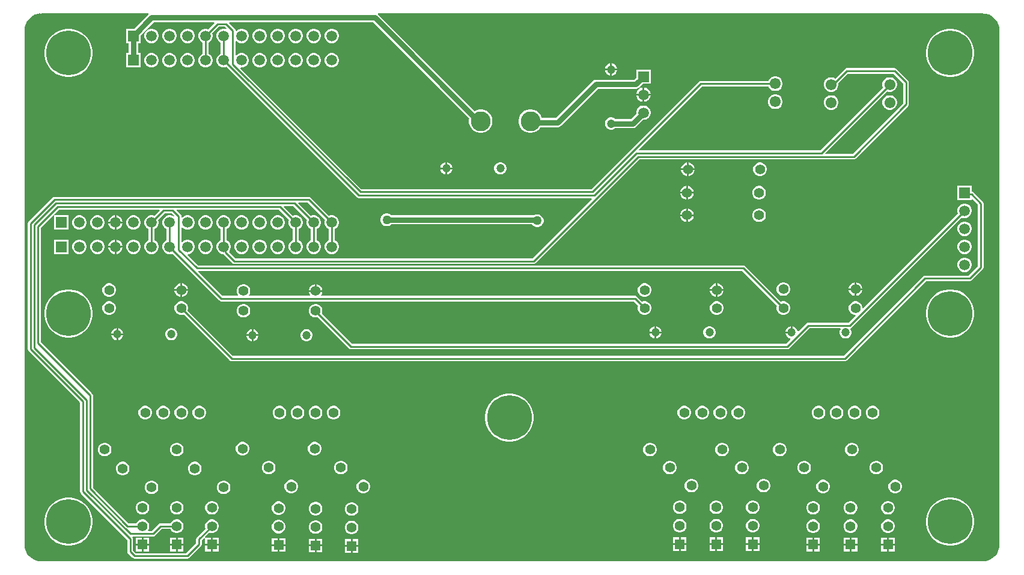
<source format=gbl>
G04*
G04 #@! TF.GenerationSoftware,Altium Limited,Altium Designer,22.3.1 (43)*
G04*
G04 Layer_Physical_Order=2*
G04 Layer_Color=16711680*
%FSLAX25Y25*%
%MOIN*%
G70*
G04*
G04 #@! TF.SameCoordinates,8EB33FF8-491A-49A4-B63E-2C25C033CD89*
G04*
G04*
G04 #@! TF.FilePolarity,Positive*
G04*
G01*
G75*
%ADD12C,0.01000*%
%ADD24C,0.03000*%
%ADD25C,0.04724*%
%ADD26R,0.05906X0.05906*%
%ADD27C,0.05906*%
%ADD28C,0.24803*%
%ADD29C,0.05512*%
%ADD30C,0.11000*%
%ADD31C,0.06102*%
%ADD32R,0.05906X0.05906*%
%ADD33R,0.05512X0.05512*%
%ADD34C,0.05000*%
G36*
X606500Y421977D02*
X606519D01*
X606767Y421962D01*
X607000Y421865D01*
X607000Y421865D01*
X607500Y421899D01*
X608353Y421815D01*
X610134Y421274D01*
X611776Y420397D01*
X613216Y419216D01*
X614397Y417776D01*
X615274Y416134D01*
X615815Y414353D01*
X615899Y413500D01*
X615865Y413000D01*
X615865Y413000D01*
X615962Y412767D01*
X615977Y412519D01*
Y127754D01*
X615865Y127300D01*
X615865D01*
X615914Y126800D01*
X615799Y125636D01*
X615259Y123855D01*
X614381Y122213D01*
X613200Y120774D01*
X611761Y119592D01*
X610119Y118715D01*
X608337Y118174D01*
X606973Y118040D01*
X606722Y118026D01*
X606484Y118124D01*
Y118124D01*
X606411Y118023D01*
X605989Y118023D01*
X84500D01*
X84432Y118009D01*
X82647Y118185D01*
X80866Y118726D01*
X79224Y119603D01*
X77784Y120784D01*
X76603Y122224D01*
X75726Y123866D01*
X75185Y125647D01*
X75010Y127432D01*
X75023Y127500D01*
Y412416D01*
X75033Y412654D01*
X75135Y412900D01*
X75135D01*
X75091Y413400D01*
X75185Y414353D01*
X75726Y416134D01*
X76603Y417776D01*
X77784Y419215D01*
X79224Y420397D01*
X80866Y421274D01*
X82647Y421815D01*
X83600Y421909D01*
X84100Y421865D01*
Y421865D01*
X84346Y421967D01*
X84584Y421977D01*
X143758D01*
X143909Y421477D01*
X143798Y421402D01*
X135848Y413453D01*
X131547D01*
Y405547D01*
X132951D01*
Y399953D01*
X131547D01*
Y392047D01*
X139453D01*
Y399953D01*
X138049D01*
Y405547D01*
X139453D01*
Y409848D01*
X146656Y417051D01*
X180235D01*
X180426Y416589D01*
X177022Y413184D01*
X176020Y413453D01*
X174980D01*
X173974Y413183D01*
X173073Y412663D01*
X172337Y411927D01*
X171817Y411026D01*
X171547Y410020D01*
Y408980D01*
X171817Y407974D01*
X172337Y407073D01*
X173073Y406337D01*
X173971Y405819D01*
Y399681D01*
X173073Y399163D01*
X172337Y398427D01*
X171817Y397526D01*
X171547Y396520D01*
Y395480D01*
X171817Y394474D01*
X172337Y393573D01*
X173073Y392837D01*
X173974Y392317D01*
X174980Y392047D01*
X176020D01*
X177026Y392317D01*
X177927Y392837D01*
X178663Y393573D01*
X179183Y394474D01*
X179453Y395480D01*
Y396520D01*
X179183Y397526D01*
X178663Y398427D01*
X177927Y399163D01*
X177029Y399681D01*
Y405819D01*
X177927Y406337D01*
X178663Y407073D01*
X179183Y407974D01*
X179453Y408980D01*
Y410020D01*
X179184Y411022D01*
X182834Y414671D01*
X186066D01*
X187040Y413697D01*
X186781Y413249D01*
X186020Y413453D01*
X184980D01*
X183974Y413183D01*
X183073Y412663D01*
X182337Y411927D01*
X181817Y411026D01*
X181547Y410020D01*
Y408980D01*
X181817Y407974D01*
X182337Y407073D01*
X183073Y406337D01*
X183971Y405819D01*
Y399681D01*
X183073Y399163D01*
X182337Y398427D01*
X181817Y397526D01*
X181547Y396520D01*
Y395480D01*
X181817Y394474D01*
X182337Y393573D01*
X183073Y392837D01*
X183974Y392317D01*
X184980Y392047D01*
X186020D01*
X187022Y392316D01*
X259419Y319919D01*
X259915Y319587D01*
X260500Y319471D01*
X389511D01*
X389703Y319009D01*
X356723Y286029D01*
X192133D01*
X188376Y289786D01*
X188663Y290073D01*
X189183Y290974D01*
X189453Y291980D01*
Y293020D01*
X189183Y294026D01*
X188663Y294927D01*
X187927Y295663D01*
X187029Y296181D01*
Y302319D01*
X187927Y302837D01*
X188663Y303573D01*
X189183Y304474D01*
X189453Y305480D01*
Y306520D01*
X189183Y307526D01*
X188663Y308427D01*
X187927Y309163D01*
X187026Y309683D01*
X186020Y309953D01*
X184980D01*
X183974Y309683D01*
X183073Y309163D01*
X182337Y308427D01*
X181817Y307526D01*
X181547Y306520D01*
Y305480D01*
X181817Y304474D01*
X182337Y303573D01*
X183073Y302837D01*
X183971Y302319D01*
Y296181D01*
X183073Y295663D01*
X182337Y294927D01*
X181817Y294026D01*
X181547Y293020D01*
Y291980D01*
X181817Y290974D01*
X182337Y290073D01*
X183073Y289337D01*
X183974Y288817D01*
X184980Y288547D01*
X185312D01*
X185357Y288480D01*
X190419Y283419D01*
X190915Y283087D01*
X191500Y282971D01*
X357357D01*
X357942Y283087D01*
X358438Y283419D01*
X415990Y340971D01*
X535000D01*
X535585Y341087D01*
X536081Y341419D01*
X565181Y370519D01*
X565513Y371015D01*
X565629Y371600D01*
Y383700D01*
X565513Y384285D01*
X565181Y384781D01*
X558781Y391181D01*
X558285Y391513D01*
X557700Y391629D01*
X531100D01*
X530515Y391513D01*
X530019Y391181D01*
X524728Y385891D01*
X524064Y386275D01*
X523033Y386551D01*
X521967D01*
X520936Y386275D01*
X520013Y385742D01*
X519258Y384987D01*
X518725Y384064D01*
X518449Y383033D01*
Y381967D01*
X518725Y380936D01*
X519258Y380012D01*
X520013Y379258D01*
X520936Y378725D01*
X521967Y378449D01*
X523033D01*
X524064Y378725D01*
X524988Y379258D01*
X525742Y380012D01*
X526275Y380936D01*
X526551Y381967D01*
Y383033D01*
X526476Y383313D01*
X531734Y388571D01*
X557066D01*
X562571Y383067D01*
Y372234D01*
X534367Y344029D01*
X519346D01*
X519154Y344491D01*
X553406Y378743D01*
X553436Y378725D01*
X554467Y378449D01*
X555533D01*
X556564Y378725D01*
X557487Y379258D01*
X558242Y380012D01*
X558775Y380936D01*
X559051Y381967D01*
Y383033D01*
X558775Y384064D01*
X558242Y384987D01*
X557487Y385742D01*
X556564Y386275D01*
X555533Y386551D01*
X554467D01*
X553436Y386275D01*
X552513Y385742D01*
X551758Y384987D01*
X551225Y384064D01*
X550949Y383033D01*
Y381967D01*
X551225Y380936D01*
X551243Y380906D01*
X516366Y346029D01*
X416046D01*
X415854Y346491D01*
X450834Y381471D01*
X487716D01*
X487725Y381436D01*
X488258Y380512D01*
X489012Y379758D01*
X489936Y379225D01*
X490967Y378949D01*
X492033D01*
X493064Y379225D01*
X493988Y379758D01*
X494742Y380512D01*
X495275Y381436D01*
X495551Y382467D01*
Y383533D01*
X495275Y384564D01*
X494742Y385488D01*
X493988Y386242D01*
X493064Y386775D01*
X492033Y387051D01*
X490967D01*
X489936Y386775D01*
X489012Y386242D01*
X488258Y385488D01*
X487725Y384564D01*
X487716Y384529D01*
X450200D01*
X449615Y384413D01*
X449119Y384081D01*
X389566Y324529D01*
X261962D01*
X194919Y391572D01*
X195151Y392047D01*
X196020D01*
X197026Y392317D01*
X197927Y392837D01*
X198663Y393573D01*
X199183Y394474D01*
X199453Y395480D01*
Y396520D01*
X199183Y397526D01*
X198663Y398427D01*
X197927Y399163D01*
X197026Y399683D01*
X196020Y399953D01*
X194980D01*
X193974Y399683D01*
X193073Y399163D01*
X192629Y398719D01*
X192129Y398926D01*
Y406573D01*
X192629Y406781D01*
X193073Y406337D01*
X193974Y405817D01*
X194980Y405547D01*
X196020D01*
X197026Y405817D01*
X197927Y406337D01*
X198663Y407073D01*
X199183Y407974D01*
X199453Y408980D01*
Y410020D01*
X199183Y411026D01*
X198663Y411927D01*
X197927Y412663D01*
X197026Y413183D01*
X196020Y413453D01*
X194980D01*
X193974Y413183D01*
X193073Y412663D01*
X192629Y412219D01*
X192392Y412258D01*
X192108Y412406D01*
X192013Y412885D01*
X191681Y413381D01*
X188474Y416589D01*
X188665Y417051D01*
X268344D01*
X321758Y363637D01*
X321600Y362840D01*
Y361560D01*
X321850Y360304D01*
X322340Y359121D01*
X323051Y358056D01*
X323956Y357151D01*
X325021Y356440D01*
X326204Y355950D01*
X327460Y355700D01*
X328740D01*
X329996Y355950D01*
X331179Y356440D01*
X332243Y357151D01*
X333149Y358056D01*
X333860Y359121D01*
X334350Y360304D01*
X334600Y361560D01*
Y362840D01*
X334350Y364096D01*
X333860Y365279D01*
X333149Y366343D01*
X332243Y367249D01*
X331179Y367960D01*
X329996Y368450D01*
X328740Y368700D01*
X327460D01*
X326204Y368450D01*
X325021Y367960D01*
X324795Y367809D01*
X271202Y421402D01*
X271091Y421477D01*
X271242Y421977D01*
X606500D01*
D02*
G37*
%LPC*%
G36*
X246020Y413453D02*
X244980D01*
X243974Y413183D01*
X243073Y412663D01*
X242337Y411927D01*
X241817Y411026D01*
X241547Y410020D01*
Y408980D01*
X241817Y407974D01*
X242337Y407073D01*
X243073Y406337D01*
X243974Y405817D01*
X244980Y405547D01*
X246020D01*
X247026Y405817D01*
X247927Y406337D01*
X248663Y407073D01*
X249183Y407974D01*
X249453Y408980D01*
Y410020D01*
X249183Y411026D01*
X248663Y411927D01*
X247927Y412663D01*
X247026Y413183D01*
X246020Y413453D01*
D02*
G37*
G36*
X236020D02*
X234980D01*
X233974Y413183D01*
X233073Y412663D01*
X232337Y411927D01*
X231817Y411026D01*
X231547Y410020D01*
Y408980D01*
X231817Y407974D01*
X232337Y407073D01*
X233073Y406337D01*
X233974Y405817D01*
X234980Y405547D01*
X236020D01*
X237026Y405817D01*
X237927Y406337D01*
X238663Y407073D01*
X239183Y407974D01*
X239453Y408980D01*
Y410020D01*
X239183Y411026D01*
X238663Y411927D01*
X237927Y412663D01*
X237026Y413183D01*
X236020Y413453D01*
D02*
G37*
G36*
X226020D02*
X224980D01*
X223974Y413183D01*
X223073Y412663D01*
X222337Y411927D01*
X221817Y411026D01*
X221547Y410020D01*
Y408980D01*
X221817Y407974D01*
X222337Y407073D01*
X223073Y406337D01*
X223974Y405817D01*
X224980Y405547D01*
X226020D01*
X227026Y405817D01*
X227927Y406337D01*
X228663Y407073D01*
X229183Y407974D01*
X229453Y408980D01*
Y410020D01*
X229183Y411026D01*
X228663Y411927D01*
X227927Y412663D01*
X227026Y413183D01*
X226020Y413453D01*
D02*
G37*
G36*
X216020D02*
X214980D01*
X213974Y413183D01*
X213073Y412663D01*
X212337Y411927D01*
X211817Y411026D01*
X211547Y410020D01*
Y408980D01*
X211817Y407974D01*
X212337Y407073D01*
X213073Y406337D01*
X213974Y405817D01*
X214980Y405547D01*
X216020D01*
X217026Y405817D01*
X217927Y406337D01*
X218663Y407073D01*
X219183Y407974D01*
X219453Y408980D01*
Y410020D01*
X219183Y411026D01*
X218663Y411927D01*
X217927Y412663D01*
X217026Y413183D01*
X216020Y413453D01*
D02*
G37*
G36*
X206020D02*
X204980D01*
X203974Y413183D01*
X203073Y412663D01*
X202337Y411927D01*
X201817Y411026D01*
X201547Y410020D01*
Y408980D01*
X201817Y407974D01*
X202337Y407073D01*
X203073Y406337D01*
X203974Y405817D01*
X204980Y405547D01*
X206020D01*
X207026Y405817D01*
X207927Y406337D01*
X208663Y407073D01*
X209183Y407974D01*
X209453Y408980D01*
Y410020D01*
X209183Y411026D01*
X208663Y411927D01*
X207927Y412663D01*
X207026Y413183D01*
X206020Y413453D01*
D02*
G37*
G36*
X166020D02*
X164980D01*
X163974Y413183D01*
X163073Y412663D01*
X162337Y411927D01*
X161817Y411026D01*
X161547Y410020D01*
Y408980D01*
X161817Y407974D01*
X162337Y407073D01*
X163073Y406337D01*
X163974Y405817D01*
X164980Y405547D01*
X166020D01*
X167026Y405817D01*
X167927Y406337D01*
X168663Y407073D01*
X169183Y407974D01*
X169453Y408980D01*
Y410020D01*
X169183Y411026D01*
X168663Y411927D01*
X167927Y412663D01*
X167026Y413183D01*
X166020Y413453D01*
D02*
G37*
G36*
X156020D02*
X154980D01*
X153974Y413183D01*
X153073Y412663D01*
X152337Y411927D01*
X151817Y411026D01*
X151547Y410020D01*
Y408980D01*
X151817Y407974D01*
X152337Y407073D01*
X153073Y406337D01*
X153974Y405817D01*
X154980Y405547D01*
X156020D01*
X157026Y405817D01*
X157927Y406337D01*
X158663Y407073D01*
X159183Y407974D01*
X159453Y408980D01*
Y410020D01*
X159183Y411026D01*
X158663Y411927D01*
X157927Y412663D01*
X157026Y413183D01*
X156020Y413453D01*
D02*
G37*
G36*
X146020D02*
X144980D01*
X143974Y413183D01*
X143073Y412663D01*
X142337Y411927D01*
X141817Y411026D01*
X141547Y410020D01*
Y408980D01*
X141817Y407974D01*
X142337Y407073D01*
X143073Y406337D01*
X143974Y405817D01*
X144980Y405547D01*
X146020D01*
X147026Y405817D01*
X147927Y406337D01*
X148663Y407073D01*
X149183Y407974D01*
X149453Y408980D01*
Y410020D01*
X149183Y411026D01*
X148663Y411927D01*
X147927Y412663D01*
X147026Y413183D01*
X146020Y413453D01*
D02*
G37*
G36*
X246020Y399953D02*
X244980D01*
X243974Y399683D01*
X243073Y399163D01*
X242337Y398427D01*
X241817Y397526D01*
X241547Y396520D01*
Y395480D01*
X241817Y394474D01*
X242337Y393573D01*
X243073Y392837D01*
X243974Y392317D01*
X244980Y392047D01*
X246020D01*
X247026Y392317D01*
X247927Y392837D01*
X248663Y393573D01*
X249183Y394474D01*
X249453Y395480D01*
Y396520D01*
X249183Y397526D01*
X248663Y398427D01*
X247927Y399163D01*
X247026Y399683D01*
X246020Y399953D01*
D02*
G37*
G36*
X236020D02*
X234980D01*
X233974Y399683D01*
X233073Y399163D01*
X232337Y398427D01*
X231817Y397526D01*
X231547Y396520D01*
Y395480D01*
X231817Y394474D01*
X232337Y393573D01*
X233073Y392837D01*
X233974Y392317D01*
X234980Y392047D01*
X236020D01*
X237026Y392317D01*
X237927Y392837D01*
X238663Y393573D01*
X239183Y394474D01*
X239453Y395480D01*
Y396520D01*
X239183Y397526D01*
X238663Y398427D01*
X237927Y399163D01*
X237026Y399683D01*
X236020Y399953D01*
D02*
G37*
G36*
X226020D02*
X224980D01*
X223974Y399683D01*
X223073Y399163D01*
X222337Y398427D01*
X221817Y397526D01*
X221547Y396520D01*
Y395480D01*
X221817Y394474D01*
X222337Y393573D01*
X223073Y392837D01*
X223974Y392317D01*
X224980Y392047D01*
X226020D01*
X227026Y392317D01*
X227927Y392837D01*
X228663Y393573D01*
X229183Y394474D01*
X229453Y395480D01*
Y396520D01*
X229183Y397526D01*
X228663Y398427D01*
X227927Y399163D01*
X227026Y399683D01*
X226020Y399953D01*
D02*
G37*
G36*
X216020D02*
X214980D01*
X213974Y399683D01*
X213073Y399163D01*
X212337Y398427D01*
X211817Y397526D01*
X211547Y396520D01*
Y395480D01*
X211817Y394474D01*
X212337Y393573D01*
X213073Y392837D01*
X213974Y392317D01*
X214980Y392047D01*
X216020D01*
X217026Y392317D01*
X217927Y392837D01*
X218663Y393573D01*
X219183Y394474D01*
X219453Y395480D01*
Y396520D01*
X219183Y397526D01*
X218663Y398427D01*
X217927Y399163D01*
X217026Y399683D01*
X216020Y399953D01*
D02*
G37*
G36*
X206020D02*
X204980D01*
X203974Y399683D01*
X203073Y399163D01*
X202337Y398427D01*
X201817Y397526D01*
X201547Y396520D01*
Y395480D01*
X201817Y394474D01*
X202337Y393573D01*
X203073Y392837D01*
X203974Y392317D01*
X204980Y392047D01*
X206020D01*
X207026Y392317D01*
X207927Y392837D01*
X208663Y393573D01*
X209183Y394474D01*
X209453Y395480D01*
Y396520D01*
X209183Y397526D01*
X208663Y398427D01*
X207927Y399163D01*
X207026Y399683D01*
X206020Y399953D01*
D02*
G37*
G36*
X166020D02*
X164980D01*
X163974Y399683D01*
X163073Y399163D01*
X162337Y398427D01*
X161817Y397526D01*
X161547Y396520D01*
Y395480D01*
X161817Y394474D01*
X162337Y393573D01*
X163073Y392837D01*
X163974Y392317D01*
X164980Y392047D01*
X166020D01*
X167026Y392317D01*
X167927Y392837D01*
X168663Y393573D01*
X169183Y394474D01*
X169453Y395480D01*
Y396520D01*
X169183Y397526D01*
X168663Y398427D01*
X167927Y399163D01*
X167026Y399683D01*
X166020Y399953D01*
D02*
G37*
G36*
X156020D02*
X154980D01*
X153974Y399683D01*
X153073Y399163D01*
X152337Y398427D01*
X151817Y397526D01*
X151547Y396520D01*
Y395480D01*
X151817Y394474D01*
X152337Y393573D01*
X153073Y392837D01*
X153974Y392317D01*
X154980Y392047D01*
X156020D01*
X157026Y392317D01*
X157927Y392837D01*
X158663Y393573D01*
X159183Y394474D01*
X159453Y395480D01*
Y396520D01*
X159183Y397526D01*
X158663Y398427D01*
X157927Y399163D01*
X157026Y399683D01*
X156020Y399953D01*
D02*
G37*
G36*
X146020D02*
X144980D01*
X143974Y399683D01*
X143073Y399163D01*
X142337Y398427D01*
X141817Y397526D01*
X141547Y396520D01*
Y395480D01*
X141817Y394474D01*
X142337Y393573D01*
X143073Y392837D01*
X143974Y392317D01*
X144980Y392047D01*
X146020D01*
X147026Y392317D01*
X147927Y392837D01*
X148663Y393573D01*
X149183Y394474D01*
X149453Y395480D01*
Y396520D01*
X149183Y397526D01*
X148663Y398427D01*
X147927Y399163D01*
X147026Y399683D01*
X146020Y399953D01*
D02*
G37*
G36*
X400900Y394247D02*
Y391400D01*
X403747D01*
X403533Y392198D01*
X403090Y392964D01*
X402464Y393590D01*
X401698Y394033D01*
X400900Y394247D01*
D02*
G37*
G36*
X399900D02*
X399102Y394033D01*
X398336Y393590D01*
X397710Y392964D01*
X397267Y392198D01*
X397053Y391400D01*
X399900D01*
Y394247D01*
D02*
G37*
G36*
X403747Y390400D02*
X400900D01*
Y387553D01*
X401698Y387767D01*
X402464Y388210D01*
X403090Y388836D01*
X403533Y389602D01*
X403747Y390400D01*
D02*
G37*
G36*
X399900D02*
X397053D01*
X397267Y389602D01*
X397710Y388836D01*
X398336Y388210D01*
X399102Y387767D01*
X399900Y387553D01*
Y390400D01*
D02*
G37*
G36*
X589571Y413402D02*
X587461D01*
X585378Y413072D01*
X583371Y412420D01*
X581492Y411462D01*
X579785Y410222D01*
X578294Y408731D01*
X577054Y407024D01*
X576096Y405144D01*
X575444Y403138D01*
X575114Y401055D01*
Y398945D01*
X575444Y396862D01*
X576096Y394856D01*
X577054Y392976D01*
X578294Y391269D01*
X579785Y389778D01*
X581492Y388538D01*
X583371Y387580D01*
X585378Y386928D01*
X587461Y386598D01*
X589571D01*
X591654Y386928D01*
X593660Y387580D01*
X595540Y388538D01*
X597246Y389778D01*
X598738Y391269D01*
X599978Y392976D01*
X600936Y394856D01*
X601587Y396862D01*
X601917Y398945D01*
Y401055D01*
X601587Y403138D01*
X600936Y405144D01*
X599978Y407024D01*
X598738Y408731D01*
X597246Y410222D01*
X595540Y411462D01*
X593660Y412420D01*
X591654Y413072D01*
X589571Y413402D01*
D02*
G37*
G36*
X100555D02*
X98445D01*
X96362Y413072D01*
X94356Y412420D01*
X92476Y411462D01*
X90769Y410222D01*
X89278Y408731D01*
X88038Y407024D01*
X87080Y405144D01*
X86428Y403138D01*
X86098Y401055D01*
Y398945D01*
X86428Y396862D01*
X87080Y394856D01*
X88038Y392976D01*
X89278Y391269D01*
X90769Y389778D01*
X92476Y388538D01*
X94356Y387580D01*
X96362Y386928D01*
X98445Y386598D01*
X100555D01*
X102638Y386928D01*
X104644Y387580D01*
X106524Y388538D01*
X108230Y389778D01*
X109722Y391269D01*
X110962Y392976D01*
X111920Y394856D01*
X112572Y396862D01*
X112902Y398945D01*
Y401055D01*
X112572Y403138D01*
X111920Y405144D01*
X110962Y407024D01*
X109722Y408731D01*
X108230Y410222D01*
X106524Y411462D01*
X104644Y412420D01*
X102638Y413072D01*
X100555Y413402D01*
D02*
G37*
G36*
X418920Y380853D02*
X418900D01*
Y377400D01*
X422353D01*
Y377420D01*
X422083Y378426D01*
X421563Y379327D01*
X420827Y380063D01*
X419926Y380583D01*
X418920Y380853D01*
D02*
G37*
G36*
X417900D02*
X417880D01*
X416874Y380583D01*
X415973Y380063D01*
X415237Y379327D01*
X414717Y378426D01*
X414447Y377420D01*
Y377400D01*
X417900D01*
Y380853D01*
D02*
G37*
G36*
X422353Y376400D02*
X418900D01*
Y372947D01*
X418920D01*
X419926Y373217D01*
X420827Y373737D01*
X421563Y374473D01*
X422083Y375374D01*
X422353Y376380D01*
Y376400D01*
D02*
G37*
G36*
X417900D02*
X414447D01*
Y376380D01*
X414717Y375374D01*
X415237Y374473D01*
X415973Y373737D01*
X416874Y373217D01*
X417880Y372947D01*
X417900D01*
Y376400D01*
D02*
G37*
G36*
X492033Y377051D02*
X490967D01*
X489936Y376775D01*
X489012Y376242D01*
X488258Y375487D01*
X487725Y374564D01*
X487449Y373533D01*
Y372467D01*
X487725Y371436D01*
X488258Y370513D01*
X489012Y369758D01*
X489936Y369225D01*
X490967Y368949D01*
X492033D01*
X493064Y369225D01*
X493988Y369758D01*
X494742Y370513D01*
X495275Y371436D01*
X495551Y372467D01*
Y373533D01*
X495275Y374564D01*
X494742Y375487D01*
X493988Y376242D01*
X493064Y376775D01*
X492033Y377051D01*
D02*
G37*
G36*
X555533Y376551D02*
X554467D01*
X553436Y376275D01*
X552513Y375742D01*
X551758Y374988D01*
X551225Y374064D01*
X550949Y373033D01*
Y371967D01*
X551225Y370936D01*
X551758Y370012D01*
X552513Y369258D01*
X553436Y368725D01*
X554467Y368449D01*
X555533D01*
X556564Y368725D01*
X557487Y369258D01*
X558242Y370012D01*
X558775Y370936D01*
X559051Y371967D01*
Y373033D01*
X558775Y374064D01*
X558242Y374988D01*
X557487Y375742D01*
X556564Y376275D01*
X555533Y376551D01*
D02*
G37*
G36*
X523033D02*
X521967D01*
X520936Y376275D01*
X520013Y375742D01*
X519258Y374988D01*
X518725Y374064D01*
X518449Y373033D01*
Y371967D01*
X518725Y370936D01*
X519258Y370012D01*
X520013Y369258D01*
X520936Y368725D01*
X521967Y368449D01*
X523033D01*
X524064Y368725D01*
X524988Y369258D01*
X525742Y370012D01*
X526275Y370936D01*
X526551Y371967D01*
Y373033D01*
X526275Y374064D01*
X525742Y374988D01*
X524988Y375742D01*
X524064Y376275D01*
X523033Y376551D01*
D02*
G37*
G36*
X422353Y390853D02*
X414447D01*
Y386552D01*
X413044Y385149D01*
X392100D01*
X391125Y384955D01*
X390298Y384402D01*
X369844Y363949D01*
X361939D01*
X361909Y364096D01*
X361419Y365279D01*
X360708Y366343D01*
X359803Y367249D01*
X358738Y367960D01*
X357555Y368450D01*
X356299Y368700D01*
X355019D01*
X353763Y368450D01*
X352580Y367960D01*
X351516Y367249D01*
X350610Y366343D01*
X349899Y365279D01*
X349409Y364096D01*
X349159Y362840D01*
Y361560D01*
X349409Y360304D01*
X349899Y359121D01*
X350610Y358056D01*
X351516Y357151D01*
X352580Y356440D01*
X353763Y355950D01*
X355019Y355700D01*
X356299D01*
X357555Y355950D01*
X358738Y356440D01*
X359803Y357151D01*
X360708Y358056D01*
X361239Y358851D01*
X370900D01*
X371876Y359045D01*
X372702Y359598D01*
X393156Y380051D01*
X414100D01*
X415075Y380245D01*
X415902Y380798D01*
X418052Y382947D01*
X422353D01*
Y390853D01*
D02*
G37*
G36*
X418920Y370853D02*
X417880D01*
X416874Y370583D01*
X415973Y370063D01*
X415237Y369327D01*
X414717Y368426D01*
X414447Y367420D01*
Y366552D01*
X411344Y363449D01*
X402606D01*
X402464Y363590D01*
X401698Y364033D01*
X400843Y364262D01*
X399957D01*
X399102Y364033D01*
X398336Y363590D01*
X397710Y362964D01*
X397267Y362198D01*
X397038Y361343D01*
Y360457D01*
X397267Y359602D01*
X397710Y358836D01*
X398336Y358210D01*
X399102Y357767D01*
X399957Y357538D01*
X400843D01*
X401698Y357767D01*
X402464Y358210D01*
X402606Y358351D01*
X412400D01*
X413376Y358545D01*
X414202Y359098D01*
X418052Y362947D01*
X418920D01*
X419926Y363217D01*
X420827Y363737D01*
X421563Y364473D01*
X422083Y365374D01*
X422353Y366380D01*
Y367420D01*
X422083Y368426D01*
X421563Y369327D01*
X420827Y370063D01*
X419926Y370583D01*
X418920Y370853D01*
D02*
G37*
G36*
X309500Y339347D02*
Y336500D01*
X312347D01*
X312133Y337298D01*
X311690Y338064D01*
X311064Y338690D01*
X310298Y339133D01*
X309500Y339347D01*
D02*
G37*
G36*
X308500D02*
X307702Y339133D01*
X306936Y338690D01*
X306310Y338064D01*
X305867Y337298D01*
X305653Y336500D01*
X308500D01*
Y339347D01*
D02*
G37*
G36*
X443500Y339254D02*
Y336000D01*
X446754D01*
X446500Y336950D01*
X446005Y337806D01*
X445306Y338506D01*
X444450Y339000D01*
X443500Y339254D01*
D02*
G37*
G36*
X442500D02*
X441550Y339000D01*
X440694Y338506D01*
X439994Y337806D01*
X439500Y336950D01*
X439246Y336000D01*
X442500D01*
Y339254D01*
D02*
G37*
G36*
X312347Y335500D02*
X309500D01*
Y332653D01*
X310298Y332867D01*
X311064Y333310D01*
X311690Y333936D01*
X312133Y334702D01*
X312347Y335500D01*
D02*
G37*
G36*
X308500D02*
X305653D01*
X305867Y334702D01*
X306310Y333936D01*
X306936Y333310D01*
X307702Y332867D01*
X308500Y332653D01*
Y335500D01*
D02*
G37*
G36*
X339443Y339362D02*
X338557D01*
X337702Y339133D01*
X336936Y338690D01*
X336310Y338064D01*
X335867Y337298D01*
X335638Y336443D01*
Y335557D01*
X335867Y334702D01*
X336310Y333936D01*
X336936Y333310D01*
X337702Y332867D01*
X338557Y332638D01*
X339443D01*
X340298Y332867D01*
X341064Y333310D01*
X341690Y333936D01*
X342133Y334702D01*
X342362Y335557D01*
Y336443D01*
X342133Y337298D01*
X341690Y338064D01*
X341064Y338690D01*
X340298Y339133D01*
X339443Y339362D01*
D02*
G37*
G36*
X446754Y335000D02*
X443500D01*
Y331746D01*
X444450Y332000D01*
X445306Y332494D01*
X446005Y333194D01*
X446500Y334050D01*
X446754Y335000D01*
D02*
G37*
G36*
X442500D02*
X439246D01*
X439500Y334050D01*
X439994Y333194D01*
X440694Y332494D01*
X441550Y332000D01*
X442500Y331746D01*
Y335000D01*
D02*
G37*
G36*
X483495Y339256D02*
X482506D01*
X481550Y339000D01*
X480694Y338506D01*
X479994Y337806D01*
X479500Y336950D01*
X479244Y335995D01*
Y335005D01*
X479500Y334050D01*
X479994Y333194D01*
X480694Y332494D01*
X481550Y332000D01*
X482506Y331744D01*
X483495D01*
X484450Y332000D01*
X485306Y332494D01*
X486005Y333194D01*
X486500Y334050D01*
X486756Y335005D01*
Y335995D01*
X486500Y336950D01*
X486005Y337806D01*
X485306Y338506D01*
X484450Y339000D01*
X483495Y339256D01*
D02*
G37*
G36*
X443000Y326254D02*
Y323000D01*
X446254D01*
X446000Y323950D01*
X445506Y324806D01*
X444806Y325505D01*
X443950Y326000D01*
X443000Y326254D01*
D02*
G37*
G36*
X442000D02*
X441050Y326000D01*
X440194Y325505D01*
X439495Y324806D01*
X439000Y323950D01*
X438746Y323000D01*
X442000D01*
Y326254D01*
D02*
G37*
G36*
X446254Y322000D02*
X443000D01*
Y318746D01*
X443950Y319000D01*
X444806Y319495D01*
X445506Y320194D01*
X446000Y321050D01*
X446254Y322000D01*
D02*
G37*
G36*
X442000D02*
X438746D01*
X439000Y321050D01*
X439495Y320194D01*
X440194Y319495D01*
X441050Y319000D01*
X442000Y318746D01*
Y322000D01*
D02*
G37*
G36*
X482995Y326256D02*
X482006D01*
X481050Y326000D01*
X480194Y325505D01*
X479494Y324806D01*
X479000Y323950D01*
X478744Y322994D01*
Y322006D01*
X479000Y321050D01*
X479494Y320194D01*
X480194Y319495D01*
X481050Y319000D01*
X482006Y318744D01*
X482995D01*
X483950Y319000D01*
X484806Y319495D01*
X485505Y320194D01*
X486000Y321050D01*
X486256Y322006D01*
Y322994D01*
X486000Y323950D01*
X485505Y324806D01*
X484806Y325505D01*
X483950Y326000D01*
X482995Y326256D01*
D02*
G37*
G36*
X443000Y313754D02*
Y310500D01*
X446254D01*
X446000Y311450D01*
X445506Y312306D01*
X444806Y313005D01*
X443950Y313500D01*
X443000Y313754D01*
D02*
G37*
G36*
X442000D02*
X441050Y313500D01*
X440194Y313005D01*
X439495Y312306D01*
X439000Y311450D01*
X438746Y310500D01*
X442000D01*
Y313754D01*
D02*
G37*
G36*
X597020Y316453D02*
X595980D01*
X594974Y316183D01*
X594073Y315663D01*
X593337Y314927D01*
X592817Y314026D01*
X592547Y313020D01*
Y311980D01*
X592815Y310978D01*
X540256Y258419D01*
X539756Y258626D01*
Y258995D01*
X539500Y259950D01*
X539006Y260806D01*
X538306Y261506D01*
X537450Y262000D01*
X536494Y262256D01*
X535505D01*
X534550Y262000D01*
X533694Y261506D01*
X532995Y260806D01*
X532500Y259950D01*
X532244Y258995D01*
Y258005D01*
X532500Y257050D01*
X532995Y256194D01*
X533694Y255494D01*
X534550Y255000D01*
X535505Y254744D01*
X535874D01*
X536081Y254244D01*
X532229Y250392D01*
X509824D01*
X509239Y250275D01*
X508743Y249944D01*
X504341Y245542D01*
X503793Y245701D01*
X503633Y246298D01*
X503190Y247064D01*
X502564Y247690D01*
X501798Y248133D01*
X501000Y248347D01*
Y245000D01*
X500500D01*
Y244500D01*
X497153D01*
X497367Y243702D01*
X497810Y242936D01*
X498436Y242310D01*
X499202Y241867D01*
X499799Y241707D01*
X499958Y241159D01*
X497451Y238652D01*
X256835D01*
X239977Y255510D01*
X240000Y255550D01*
X240256Y256505D01*
Y257494D01*
X240000Y258450D01*
X239506Y259306D01*
X238806Y260005D01*
X237950Y260500D01*
X236995Y260756D01*
X236005D01*
X235050Y260500D01*
X234194Y260005D01*
X233494Y259306D01*
X233000Y258450D01*
X232744Y257494D01*
Y256505D01*
X233000Y255550D01*
X233494Y254694D01*
X234194Y253994D01*
X235050Y253500D01*
X236005Y253244D01*
X236995D01*
X237722Y253439D01*
X255120Y236041D01*
X255616Y235709D01*
X256201Y235593D01*
X498084D01*
X498670Y235709D01*
X499166Y236041D01*
X510458Y247333D01*
X527400D01*
X527676Y246833D01*
X527367Y246298D01*
X527138Y245443D01*
Y244557D01*
X527367Y243702D01*
X527810Y242936D01*
X528436Y242310D01*
X529202Y241867D01*
X530057Y241638D01*
X530943D01*
X531798Y241867D01*
X532564Y242310D01*
X533190Y242936D01*
X533633Y243702D01*
X533862Y244557D01*
Y245443D01*
X533633Y246298D01*
X533282Y246906D01*
X533433Y247403D01*
X533487Y247475D01*
X533944Y247781D01*
X594978Y308816D01*
X595980Y308547D01*
X597020D01*
X598026Y308817D01*
X598927Y309337D01*
X599663Y310073D01*
X600183Y310974D01*
X600453Y311980D01*
Y313020D01*
X600183Y314026D01*
X599663Y314927D01*
X598927Y315663D01*
X598026Y316183D01*
X597020Y316453D01*
D02*
G37*
G36*
X126020Y309953D02*
X126000D01*
Y306500D01*
X129453D01*
Y306520D01*
X129183Y307526D01*
X128663Y308427D01*
X127927Y309163D01*
X127026Y309683D01*
X126020Y309953D01*
D02*
G37*
G36*
X125000D02*
X124980D01*
X123974Y309683D01*
X123073Y309163D01*
X122337Y308427D01*
X121817Y307526D01*
X121547Y306520D01*
Y306500D01*
X125000D01*
Y309953D01*
D02*
G37*
G36*
X446254Y309500D02*
X443000D01*
Y306246D01*
X443950Y306500D01*
X444806Y306995D01*
X445506Y307694D01*
X446000Y308550D01*
X446254Y309500D01*
D02*
G37*
G36*
X442000D02*
X438746D01*
X439000Y308550D01*
X439495Y307694D01*
X440194Y306995D01*
X441050Y306500D01*
X442000Y306246D01*
Y309500D01*
D02*
G37*
G36*
X482995Y313756D02*
X482006D01*
X481050Y313500D01*
X480194Y313005D01*
X479494Y312306D01*
X479000Y311450D01*
X478744Y310494D01*
Y309506D01*
X479000Y308550D01*
X479494Y307694D01*
X480194Y306995D01*
X481050Y306500D01*
X482006Y306244D01*
X482995D01*
X483950Y306500D01*
X484806Y306995D01*
X485505Y307694D01*
X486000Y308550D01*
X486256Y309506D01*
Y310494D01*
X486000Y311450D01*
X485505Y312306D01*
X484806Y313005D01*
X483950Y313500D01*
X482995Y313756D01*
D02*
G37*
G36*
X276461Y311000D02*
X275539D01*
X274649Y310761D01*
X273851Y310301D01*
X273199Y309649D01*
X272739Y308851D01*
X272500Y307961D01*
Y307039D01*
X272739Y306149D01*
X273199Y305351D01*
X273851Y304699D01*
X274649Y304239D01*
X275539Y304000D01*
X276461D01*
X277351Y304239D01*
X278149Y304699D01*
X278401Y304951D01*
X356642D01*
X356699Y304851D01*
X357351Y304199D01*
X358149Y303738D01*
X359039Y303500D01*
X359961D01*
X360851Y303738D01*
X361649Y304199D01*
X362301Y304851D01*
X362761Y305649D01*
X363000Y306539D01*
Y307461D01*
X362761Y308351D01*
X362301Y309149D01*
X361649Y309801D01*
X360851Y310262D01*
X359961Y310500D01*
X359039D01*
X358149Y310262D01*
X357781Y310049D01*
X278401D01*
X278149Y310301D01*
X277351Y310761D01*
X276461Y311000D01*
D02*
G37*
G36*
X216020Y309953D02*
X214980D01*
X213974Y309683D01*
X213073Y309163D01*
X212337Y308427D01*
X211817Y307526D01*
X211547Y306520D01*
Y305480D01*
X211817Y304474D01*
X212337Y303573D01*
X213073Y302837D01*
X213974Y302317D01*
X214980Y302047D01*
X216020D01*
X217026Y302317D01*
X217927Y302837D01*
X218663Y303573D01*
X219183Y304474D01*
X219453Y305480D01*
Y306520D01*
X219183Y307526D01*
X218663Y308427D01*
X217927Y309163D01*
X217026Y309683D01*
X216020Y309953D01*
D02*
G37*
G36*
X206020D02*
X204980D01*
X203974Y309683D01*
X203073Y309163D01*
X202337Y308427D01*
X201817Y307526D01*
X201547Y306520D01*
Y305480D01*
X201817Y304474D01*
X202337Y303573D01*
X203073Y302837D01*
X203974Y302317D01*
X204980Y302047D01*
X206020D01*
X207026Y302317D01*
X207927Y302837D01*
X208663Y303573D01*
X209183Y304474D01*
X209453Y305480D01*
Y306520D01*
X209183Y307526D01*
X208663Y308427D01*
X207927Y309163D01*
X207026Y309683D01*
X206020Y309953D01*
D02*
G37*
G36*
X196020D02*
X194980D01*
X193974Y309683D01*
X193073Y309163D01*
X192337Y308427D01*
X191817Y307526D01*
X191547Y306520D01*
Y305480D01*
X191817Y304474D01*
X192337Y303573D01*
X193073Y302837D01*
X193974Y302317D01*
X194980Y302047D01*
X196020D01*
X197026Y302317D01*
X197927Y302837D01*
X198663Y303573D01*
X199183Y304474D01*
X199453Y305480D01*
Y306520D01*
X199183Y307526D01*
X198663Y308427D01*
X197927Y309163D01*
X197026Y309683D01*
X196020Y309953D01*
D02*
G37*
G36*
X176020D02*
X174980D01*
X173974Y309683D01*
X173073Y309163D01*
X172337Y308427D01*
X171817Y307526D01*
X171547Y306520D01*
Y305480D01*
X171817Y304474D01*
X172337Y303573D01*
X173073Y302837D01*
X173974Y302317D01*
X174980Y302047D01*
X176020D01*
X177026Y302317D01*
X177927Y302837D01*
X178663Y303573D01*
X179183Y304474D01*
X179453Y305480D01*
Y306520D01*
X179183Y307526D01*
X178663Y308427D01*
X177927Y309163D01*
X177026Y309683D01*
X176020Y309953D01*
D02*
G37*
G36*
X136020D02*
X134980D01*
X133974Y309683D01*
X133073Y309163D01*
X132337Y308427D01*
X131817Y307526D01*
X131547Y306520D01*
Y305480D01*
X131817Y304474D01*
X132337Y303573D01*
X133073Y302837D01*
X133974Y302317D01*
X134980Y302047D01*
X136020D01*
X137026Y302317D01*
X137927Y302837D01*
X138663Y303573D01*
X139183Y304474D01*
X139453Y305480D01*
Y306520D01*
X139183Y307526D01*
X138663Y308427D01*
X137927Y309163D01*
X137026Y309683D01*
X136020Y309953D01*
D02*
G37*
G36*
X129453Y305500D02*
X126000D01*
Y302047D01*
X126020D01*
X127026Y302317D01*
X127927Y302837D01*
X128663Y303573D01*
X129183Y304474D01*
X129453Y305480D01*
Y305500D01*
D02*
G37*
G36*
X125000D02*
X121547D01*
Y305480D01*
X121817Y304474D01*
X122337Y303573D01*
X123073Y302837D01*
X123974Y302317D01*
X124980Y302047D01*
X125000D01*
Y305500D01*
D02*
G37*
G36*
X116020Y309953D02*
X114980D01*
X113974Y309683D01*
X113073Y309163D01*
X112337Y308427D01*
X111817Y307526D01*
X111547Y306520D01*
Y305480D01*
X111817Y304474D01*
X112337Y303573D01*
X113073Y302837D01*
X113974Y302317D01*
X114980Y302047D01*
X116020D01*
X117026Y302317D01*
X117927Y302837D01*
X118663Y303573D01*
X119183Y304474D01*
X119453Y305480D01*
Y306520D01*
X119183Y307526D01*
X118663Y308427D01*
X117927Y309163D01*
X117026Y309683D01*
X116020Y309953D01*
D02*
G37*
G36*
X106020D02*
X104980D01*
X103974Y309683D01*
X103073Y309163D01*
X102337Y308427D01*
X101817Y307526D01*
X101547Y306520D01*
Y305480D01*
X101817Y304474D01*
X102337Y303573D01*
X103073Y302837D01*
X103974Y302317D01*
X104980Y302047D01*
X106020D01*
X107026Y302317D01*
X107927Y302837D01*
X108663Y303573D01*
X109183Y304474D01*
X109453Y305480D01*
Y306520D01*
X109183Y307526D01*
X108663Y308427D01*
X107927Y309163D01*
X107026Y309683D01*
X106020Y309953D01*
D02*
G37*
G36*
X99453D02*
X91547D01*
Y302047D01*
X99453D01*
Y309953D01*
D02*
G37*
G36*
X597020Y306453D02*
X595980D01*
X594974Y306183D01*
X594073Y305663D01*
X593337Y304927D01*
X592817Y304026D01*
X592547Y303020D01*
Y301980D01*
X592817Y300974D01*
X593337Y300073D01*
X594073Y299337D01*
X594974Y298817D01*
X595980Y298547D01*
X597020D01*
X598026Y298817D01*
X598927Y299337D01*
X599663Y300073D01*
X600183Y300974D01*
X600453Y301980D01*
Y303020D01*
X600183Y304026D01*
X599663Y304927D01*
X598927Y305663D01*
X598026Y306183D01*
X597020Y306453D01*
D02*
G37*
G36*
X126020Y296453D02*
X126000D01*
Y293000D01*
X129453D01*
Y293020D01*
X129183Y294026D01*
X128663Y294927D01*
X127927Y295663D01*
X127026Y296183D01*
X126020Y296453D01*
D02*
G37*
G36*
X125000D02*
X124980D01*
X123974Y296183D01*
X123073Y295663D01*
X122337Y294927D01*
X121817Y294026D01*
X121547Y293020D01*
Y293000D01*
X125000D01*
Y296453D01*
D02*
G37*
G36*
X597020D02*
X595980D01*
X594974Y296183D01*
X594073Y295663D01*
X593337Y294927D01*
X592817Y294026D01*
X592547Y293020D01*
Y291980D01*
X592817Y290974D01*
X593337Y290073D01*
X594073Y289337D01*
X594974Y288817D01*
X595980Y288547D01*
X597020D01*
X598026Y288817D01*
X598927Y289337D01*
X599663Y290073D01*
X600183Y290974D01*
X600453Y291980D01*
Y293020D01*
X600183Y294026D01*
X599663Y294927D01*
X598927Y295663D01*
X598026Y296183D01*
X597020Y296453D01*
D02*
G37*
G36*
X232800Y320229D02*
X91700D01*
X91115Y320113D01*
X90619Y319781D01*
X77419Y306581D01*
X77087Y306085D01*
X76971Y305500D01*
Y235672D01*
X77087Y235086D01*
X77419Y234590D01*
X105971Y206038D01*
Y156600D01*
X106087Y156015D01*
X106419Y155519D01*
X132142Y129795D01*
Y123328D01*
X132259Y122743D01*
X132590Y122247D01*
X134919Y119919D01*
X135415Y119587D01*
X136000Y119471D01*
X165500D01*
X166085Y119587D01*
X166581Y119919D01*
X172900Y126237D01*
X173231Y126733D01*
X173348Y127318D01*
Y129685D01*
X174788Y131125D01*
X175244Y130874D01*
X175244Y130580D01*
Y127764D01*
X178500D01*
Y131020D01*
X175719D01*
X175390Y131020D01*
X175139Y131476D01*
X177639Y133976D01*
X178506Y133744D01*
X179495D01*
X180450Y134000D01*
X181306Y134494D01*
X182006Y135194D01*
X182500Y136050D01*
X182756Y137005D01*
Y137995D01*
X182500Y138950D01*
X182006Y139806D01*
X181306Y140506D01*
X180450Y141000D01*
X179495Y141256D01*
X178506D01*
X177550Y141000D01*
X176694Y140506D01*
X175995Y139806D01*
X175500Y138950D01*
X175244Y137995D01*
Y137005D01*
X175476Y136139D01*
X170737Y131400D01*
X170405Y130904D01*
X170289Y130318D01*
Y127952D01*
X164866Y122529D01*
X136634D01*
X135201Y123962D01*
Y130428D01*
X135084Y131014D01*
X134950Y131215D01*
X135217Y131715D01*
X146380D01*
X146965Y131831D01*
X147462Y132163D01*
X151270Y135971D01*
X156046D01*
X156494Y135194D01*
X157194Y134494D01*
X158050Y134000D01*
X159005Y133744D01*
X159994D01*
X160950Y134000D01*
X161806Y134494D01*
X162505Y135194D01*
X163000Y136050D01*
X163256Y137005D01*
Y137995D01*
X163000Y138950D01*
X162505Y139806D01*
X161806Y140506D01*
X160950Y141000D01*
X159994Y141256D01*
X159005D01*
X158050Y141000D01*
X157194Y140506D01*
X156494Y139806D01*
X156046Y139029D01*
X150636D01*
X150051Y138913D01*
X149555Y138581D01*
X145747Y134774D01*
X143717D01*
X143552Y135274D01*
X144000Y136050D01*
X144256Y137005D01*
Y137995D01*
X144000Y138950D01*
X143506Y139806D01*
X142806Y140506D01*
X141950Y141000D01*
X140995Y141256D01*
X140006D01*
X139050Y141000D01*
X138194Y140506D01*
X137495Y139806D01*
X137046Y139029D01*
X132890D01*
X113029Y158890D01*
Y210000D01*
X112913Y210585D01*
X112581Y211081D01*
X84029Y239633D01*
Y303210D01*
X93990Y313171D01*
X149854D01*
X150046Y312709D01*
X147022Y309684D01*
X146020Y309953D01*
X144980D01*
X143974Y309683D01*
X143073Y309163D01*
X142337Y308427D01*
X141817Y307526D01*
X141547Y306520D01*
Y305480D01*
X141817Y304474D01*
X142337Y303573D01*
X143073Y302837D01*
X143971Y302319D01*
Y296181D01*
X143073Y295663D01*
X142337Y294927D01*
X141817Y294026D01*
X141547Y293020D01*
Y291980D01*
X141817Y290974D01*
X142337Y290073D01*
X143073Y289337D01*
X143974Y288817D01*
X144980Y288547D01*
X146020D01*
X147026Y288817D01*
X147927Y289337D01*
X148663Y290073D01*
X149183Y290974D01*
X149453Y291980D01*
Y293020D01*
X149183Y294026D01*
X148663Y294927D01*
X147927Y295663D01*
X147029Y296181D01*
Y302319D01*
X147927Y302837D01*
X148663Y303573D01*
X149183Y304474D01*
X149453Y305480D01*
Y306520D01*
X149185Y307522D01*
X152833Y311171D01*
X156567D01*
X158092Y309645D01*
X157785Y309245D01*
X157026Y309683D01*
X156020Y309953D01*
X154980D01*
X153974Y309683D01*
X153073Y309163D01*
X152337Y308427D01*
X151817Y307526D01*
X151547Y306520D01*
Y305480D01*
X151817Y304474D01*
X152337Y303573D01*
X153073Y302837D01*
X153971Y302319D01*
Y296181D01*
X153073Y295663D01*
X152337Y294927D01*
X151817Y294026D01*
X151547Y293020D01*
Y291980D01*
X151817Y290974D01*
X152337Y290073D01*
X153073Y289337D01*
X153974Y288817D01*
X154980Y288547D01*
X156020D01*
X157022Y288815D01*
X183175Y262663D01*
X183671Y262331D01*
X184256Y262215D01*
X413122D01*
X415476Y259861D01*
X415244Y258995D01*
Y258005D01*
X415500Y257050D01*
X415995Y256194D01*
X416694Y255494D01*
X417550Y255000D01*
X418505Y254744D01*
X419494D01*
X420450Y255000D01*
X421306Y255494D01*
X422006Y256194D01*
X422500Y257050D01*
X422756Y258005D01*
Y258995D01*
X422500Y259950D01*
X422006Y260806D01*
X421306Y261506D01*
X420450Y262000D01*
X419494Y262256D01*
X418505D01*
X417639Y262024D01*
X414837Y264826D01*
X414341Y265157D01*
X413756Y265273D01*
X239717D01*
X239551Y265774D01*
X240000Y266550D01*
X240254Y267500D01*
X236500D01*
X232746D01*
X233000Y266550D01*
X233449Y265774D01*
X233283Y265273D01*
X199716D01*
X199551Y265774D01*
X200000Y266550D01*
X200256Y267506D01*
Y268495D01*
X200000Y269450D01*
X199505Y270306D01*
X198806Y271006D01*
X197950Y271500D01*
X196994Y271756D01*
X196005D01*
X195050Y271500D01*
X194194Y271006D01*
X193494Y270306D01*
X193000Y269450D01*
X192744Y268495D01*
Y267506D01*
X193000Y266550D01*
X193448Y265774D01*
X193283Y265273D01*
X184889D01*
X171454Y278709D01*
X171646Y279171D01*
X473167D01*
X492476Y259861D01*
X492244Y258995D01*
Y258005D01*
X492500Y257050D01*
X492994Y256194D01*
X493694Y255494D01*
X494550Y255000D01*
X495506Y254744D01*
X496494D01*
X497450Y255000D01*
X498306Y255494D01*
X499006Y256194D01*
X499500Y257050D01*
X499756Y258005D01*
Y258995D01*
X499500Y259950D01*
X499006Y260806D01*
X498306Y261506D01*
X497450Y262000D01*
X496494Y262256D01*
X495506D01*
X494639Y262024D01*
X474881Y281781D01*
X474385Y282113D01*
X473800Y282229D01*
X171433D01*
X165578Y288085D01*
X165769Y288547D01*
X166020D01*
X167026Y288817D01*
X167927Y289337D01*
X168663Y290073D01*
X169183Y290974D01*
X169453Y291980D01*
Y293020D01*
X169183Y294026D01*
X168663Y294927D01*
X167927Y295663D01*
X167026Y296183D01*
X166020Y296453D01*
X164980D01*
X163974Y296183D01*
X163073Y295663D01*
X162629Y295219D01*
X162129Y295427D01*
Y303074D01*
X162629Y303281D01*
X163073Y302837D01*
X163974Y302317D01*
X164980Y302047D01*
X166020D01*
X167026Y302317D01*
X167927Y302837D01*
X168663Y303573D01*
X169183Y304474D01*
X169453Y305480D01*
Y306520D01*
X169183Y307526D01*
X168663Y308427D01*
X167927Y309163D01*
X167026Y309683D01*
X166020Y309953D01*
X164980D01*
X163974Y309683D01*
X163073Y309163D01*
X162629Y308719D01*
X162129Y308927D01*
Y309300D01*
X162013Y309885D01*
X161681Y310381D01*
X159354Y312709D01*
X159546Y313171D01*
X216166D01*
X221815Y307522D01*
X221547Y306520D01*
Y305480D01*
X221817Y304474D01*
X222337Y303573D01*
X223073Y302837D01*
X223971Y302319D01*
Y296181D01*
X223073Y295663D01*
X222337Y294927D01*
X221817Y294026D01*
X221547Y293020D01*
Y291980D01*
X221817Y290974D01*
X222337Y290073D01*
X223073Y289337D01*
X223974Y288817D01*
X224980Y288547D01*
X226020D01*
X227026Y288817D01*
X227927Y289337D01*
X228663Y290073D01*
X229183Y290974D01*
X229453Y291980D01*
Y293020D01*
X229183Y294026D01*
X228663Y294927D01*
X227927Y295663D01*
X227029Y296181D01*
Y302319D01*
X227927Y302837D01*
X228663Y303573D01*
X229183Y304474D01*
X229453Y305480D01*
Y306520D01*
X229183Y307526D01*
X228663Y308427D01*
X227927Y309163D01*
X227026Y309683D01*
X226020Y309953D01*
X224980D01*
X223978Y309684D01*
X218954Y314709D01*
X219146Y315171D01*
X224166D01*
X231816Y307522D01*
X231547Y306520D01*
Y305480D01*
X231817Y304474D01*
X232337Y303573D01*
X233073Y302837D01*
X233971Y302319D01*
Y296181D01*
X233073Y295663D01*
X232337Y294927D01*
X231817Y294026D01*
X231547Y293020D01*
Y291980D01*
X231817Y290974D01*
X232337Y290073D01*
X233073Y289337D01*
X233974Y288817D01*
X234980Y288547D01*
X236020D01*
X237026Y288817D01*
X237927Y289337D01*
X238663Y290073D01*
X239183Y290974D01*
X239453Y291980D01*
Y293020D01*
X239183Y294026D01*
X238663Y294927D01*
X237927Y295663D01*
X237029Y296181D01*
Y302319D01*
X237927Y302837D01*
X238663Y303573D01*
X239183Y304474D01*
X239453Y305480D01*
Y306520D01*
X239183Y307526D01*
X238663Y308427D01*
X237927Y309163D01*
X237026Y309683D01*
X236020Y309953D01*
X234980D01*
X233978Y309684D01*
X226954Y316709D01*
X227146Y317171D01*
X232167D01*
X241815Y307522D01*
X241547Y306520D01*
Y305480D01*
X241817Y304474D01*
X242337Y303573D01*
X243073Y302837D01*
X243971Y302319D01*
Y296181D01*
X243073Y295663D01*
X242337Y294927D01*
X241817Y294026D01*
X241547Y293020D01*
Y291980D01*
X241817Y290974D01*
X242337Y290073D01*
X243073Y289337D01*
X243974Y288817D01*
X244980Y288547D01*
X246020D01*
X247026Y288817D01*
X247927Y289337D01*
X248663Y290073D01*
X249183Y290974D01*
X249453Y291980D01*
Y293020D01*
X249183Y294026D01*
X248663Y294927D01*
X247927Y295663D01*
X247029Y296181D01*
Y302319D01*
X247927Y302837D01*
X248663Y303573D01*
X249183Y304474D01*
X249453Y305480D01*
Y306520D01*
X249183Y307526D01*
X248663Y308427D01*
X247927Y309163D01*
X247026Y309683D01*
X246020Y309953D01*
X244980D01*
X243978Y309684D01*
X233881Y319781D01*
X233385Y320113D01*
X232800Y320229D01*
D02*
G37*
G36*
X216020Y296453D02*
X214980D01*
X213974Y296183D01*
X213073Y295663D01*
X212337Y294927D01*
X211817Y294026D01*
X211547Y293020D01*
Y291980D01*
X211817Y290974D01*
X212337Y290073D01*
X213073Y289337D01*
X213974Y288817D01*
X214980Y288547D01*
X216020D01*
X217026Y288817D01*
X217927Y289337D01*
X218663Y290073D01*
X219183Y290974D01*
X219453Y291980D01*
Y293020D01*
X219183Y294026D01*
X218663Y294927D01*
X217927Y295663D01*
X217026Y296183D01*
X216020Y296453D01*
D02*
G37*
G36*
X206020D02*
X204980D01*
X203974Y296183D01*
X203073Y295663D01*
X202337Y294927D01*
X201817Y294026D01*
X201547Y293020D01*
Y291980D01*
X201817Y290974D01*
X202337Y290073D01*
X203073Y289337D01*
X203974Y288817D01*
X204980Y288547D01*
X206020D01*
X207026Y288817D01*
X207927Y289337D01*
X208663Y290073D01*
X209183Y290974D01*
X209453Y291980D01*
Y293020D01*
X209183Y294026D01*
X208663Y294927D01*
X207927Y295663D01*
X207026Y296183D01*
X206020Y296453D01*
D02*
G37*
G36*
X196020D02*
X194980D01*
X193974Y296183D01*
X193073Y295663D01*
X192337Y294927D01*
X191817Y294026D01*
X191547Y293020D01*
Y291980D01*
X191817Y290974D01*
X192337Y290073D01*
X193073Y289337D01*
X193974Y288817D01*
X194980Y288547D01*
X196020D01*
X197026Y288817D01*
X197927Y289337D01*
X198663Y290073D01*
X199183Y290974D01*
X199453Y291980D01*
Y293020D01*
X199183Y294026D01*
X198663Y294927D01*
X197927Y295663D01*
X197026Y296183D01*
X196020Y296453D01*
D02*
G37*
G36*
X176020D02*
X174980D01*
X173974Y296183D01*
X173073Y295663D01*
X172337Y294927D01*
X171817Y294026D01*
X171547Y293020D01*
Y291980D01*
X171817Y290974D01*
X172337Y290073D01*
X173073Y289337D01*
X173974Y288817D01*
X174980Y288547D01*
X176020D01*
X177026Y288817D01*
X177927Y289337D01*
X178663Y290073D01*
X179183Y290974D01*
X179453Y291980D01*
Y293020D01*
X179183Y294026D01*
X178663Y294927D01*
X177927Y295663D01*
X177026Y296183D01*
X176020Y296453D01*
D02*
G37*
G36*
X136020D02*
X134980D01*
X133974Y296183D01*
X133073Y295663D01*
X132337Y294927D01*
X131817Y294026D01*
X131547Y293020D01*
Y291980D01*
X131817Y290974D01*
X132337Y290073D01*
X133073Y289337D01*
X133974Y288817D01*
X134980Y288547D01*
X136020D01*
X137026Y288817D01*
X137927Y289337D01*
X138663Y290073D01*
X139183Y290974D01*
X139453Y291980D01*
Y293020D01*
X139183Y294026D01*
X138663Y294927D01*
X137927Y295663D01*
X137026Y296183D01*
X136020Y296453D01*
D02*
G37*
G36*
X129453Y292000D02*
X126000D01*
Y288547D01*
X126020D01*
X127026Y288817D01*
X127927Y289337D01*
X128663Y290073D01*
X129183Y290974D01*
X129453Y291980D01*
Y292000D01*
D02*
G37*
G36*
X125000D02*
X121547D01*
Y291980D01*
X121817Y290974D01*
X122337Y290073D01*
X123073Y289337D01*
X123974Y288817D01*
X124980Y288547D01*
X125000D01*
Y292000D01*
D02*
G37*
G36*
X116020Y296453D02*
X114980D01*
X113974Y296183D01*
X113073Y295663D01*
X112337Y294927D01*
X111817Y294026D01*
X111547Y293020D01*
Y291980D01*
X111817Y290974D01*
X112337Y290073D01*
X113073Y289337D01*
X113974Y288817D01*
X114980Y288547D01*
X116020D01*
X117026Y288817D01*
X117927Y289337D01*
X118663Y290073D01*
X119183Y290974D01*
X119453Y291980D01*
Y293020D01*
X119183Y294026D01*
X118663Y294927D01*
X117927Y295663D01*
X117026Y296183D01*
X116020Y296453D01*
D02*
G37*
G36*
X106020D02*
X104980D01*
X103974Y296183D01*
X103073Y295663D01*
X102337Y294927D01*
X101817Y294026D01*
X101547Y293020D01*
Y291980D01*
X101817Y290974D01*
X102337Y290073D01*
X103073Y289337D01*
X103974Y288817D01*
X104980Y288547D01*
X106020D01*
X107026Y288817D01*
X107927Y289337D01*
X108663Y290073D01*
X109183Y290974D01*
X109453Y291980D01*
Y293020D01*
X109183Y294026D01*
X108663Y294927D01*
X107927Y295663D01*
X107026Y296183D01*
X106020Y296453D01*
D02*
G37*
G36*
X99453D02*
X91547D01*
Y288547D01*
X99453D01*
Y296453D01*
D02*
G37*
G36*
X597020Y286453D02*
X595980D01*
X594974Y286183D01*
X594073Y285663D01*
X593337Y284927D01*
X592817Y284026D01*
X592547Y283020D01*
Y281980D01*
X592817Y280974D01*
X593337Y280073D01*
X594073Y279337D01*
X594974Y278817D01*
X595980Y278547D01*
X597020D01*
X598026Y278817D01*
X598927Y279337D01*
X599663Y280073D01*
X600183Y280974D01*
X600453Y281980D01*
Y283020D01*
X600183Y284026D01*
X599663Y284927D01*
X598927Y285663D01*
X598026Y286183D01*
X597020Y286453D01*
D02*
G37*
G36*
X536500Y272754D02*
Y269500D01*
X539754D01*
X539500Y270450D01*
X539006Y271306D01*
X538306Y272006D01*
X537450Y272500D01*
X536500Y272754D01*
D02*
G37*
G36*
X535500D02*
X534550Y272500D01*
X533694Y272006D01*
X532995Y271306D01*
X532500Y270450D01*
X532246Y269500D01*
X535500D01*
Y272754D01*
D02*
G37*
G36*
X459500Y272254D02*
Y269000D01*
X462754D01*
X462500Y269950D01*
X462006Y270806D01*
X461306Y271505D01*
X460450Y272000D01*
X459500Y272254D01*
D02*
G37*
G36*
X162500D02*
Y269000D01*
X165754D01*
X165500Y269950D01*
X165006Y270806D01*
X164306Y271505D01*
X163450Y272000D01*
X162500Y272254D01*
D02*
G37*
G36*
X458500D02*
X457550Y272000D01*
X456694Y271505D01*
X455995Y270806D01*
X455500Y269950D01*
X455246Y269000D01*
X458500D01*
Y272254D01*
D02*
G37*
G36*
X161500D02*
X160550Y272000D01*
X159694Y271505D01*
X158994Y270806D01*
X158500Y269950D01*
X158246Y269000D01*
X161500D01*
Y272254D01*
D02*
G37*
G36*
X237000Y271754D02*
Y268500D01*
X240254D01*
X240000Y269450D01*
X239506Y270306D01*
X238806Y271006D01*
X237950Y271500D01*
X237000Y271754D01*
D02*
G37*
G36*
X236000D02*
X235050Y271500D01*
X234194Y271006D01*
X233494Y270306D01*
X233000Y269450D01*
X232746Y268500D01*
X236000D01*
Y271754D01*
D02*
G37*
G36*
X539754Y268500D02*
X536500D01*
Y265246D01*
X537450Y265500D01*
X538306Y265995D01*
X539006Y266694D01*
X539500Y267550D01*
X539754Y268500D01*
D02*
G37*
G36*
X535500D02*
X532246D01*
X532500Y267550D01*
X532995Y266694D01*
X533694Y265995D01*
X534550Y265500D01*
X535500Y265246D01*
Y268500D01*
D02*
G37*
G36*
X496494Y272756D02*
X495506D01*
X494550Y272500D01*
X493694Y272006D01*
X492994Y271306D01*
X492500Y270450D01*
X492244Y269495D01*
Y268506D01*
X492500Y267550D01*
X492994Y266694D01*
X493694Y265995D01*
X494550Y265500D01*
X495506Y265244D01*
X496494D01*
X497450Y265500D01*
X498306Y265995D01*
X499006Y266694D01*
X499500Y267550D01*
X499756Y268506D01*
Y269495D01*
X499500Y270450D01*
X499006Y271306D01*
X498306Y272006D01*
X497450Y272500D01*
X496494Y272756D01*
D02*
G37*
G36*
X462754Y268000D02*
X459500D01*
Y264746D01*
X460450Y265000D01*
X461306Y265494D01*
X462006Y266194D01*
X462500Y267050D01*
X462754Y268000D01*
D02*
G37*
G36*
X165754D02*
X162500D01*
Y264746D01*
X163450Y265000D01*
X164306Y265494D01*
X165006Y266194D01*
X165500Y267050D01*
X165754Y268000D01*
D02*
G37*
G36*
X161500D02*
X158246D01*
X158500Y267050D01*
X158994Y266194D01*
X159694Y265494D01*
X160550Y265000D01*
X161500Y264746D01*
Y268000D01*
D02*
G37*
G36*
X458500D02*
X455246D01*
X455500Y267050D01*
X455995Y266194D01*
X456694Y265494D01*
X457550Y265000D01*
X458500Y264746D01*
Y268000D01*
D02*
G37*
G36*
X419494Y272256D02*
X418505D01*
X417550Y272000D01*
X416694Y271505D01*
X415995Y270806D01*
X415500Y269950D01*
X415244Y268994D01*
Y268005D01*
X415500Y267050D01*
X415995Y266194D01*
X416694Y265494D01*
X417550Y265000D01*
X418505Y264744D01*
X419494D01*
X420450Y265000D01*
X421306Y265494D01*
X422006Y266194D01*
X422500Y267050D01*
X422756Y268005D01*
Y268994D01*
X422500Y269950D01*
X422006Y270806D01*
X421306Y271505D01*
X420450Y272000D01*
X419494Y272256D01*
D02*
G37*
G36*
X122494D02*
X121505D01*
X120550Y272000D01*
X119694Y271505D01*
X118994Y270806D01*
X118500Y269950D01*
X118244Y268994D01*
Y268005D01*
X118500Y267050D01*
X118994Y266194D01*
X119694Y265494D01*
X120550Y265000D01*
X121505Y264744D01*
X122494D01*
X123450Y265000D01*
X124306Y265494D01*
X125005Y266194D01*
X125500Y267050D01*
X125756Y268005D01*
Y268994D01*
X125500Y269950D01*
X125005Y270806D01*
X124306Y271505D01*
X123450Y272000D01*
X122494Y272256D01*
D02*
G37*
G36*
X459494Y262256D02*
X458505D01*
X457550Y262000D01*
X456694Y261506D01*
X455995Y260806D01*
X455500Y259950D01*
X455244Y258995D01*
Y258005D01*
X455500Y257050D01*
X455995Y256194D01*
X456694Y255494D01*
X457550Y255000D01*
X458505Y254744D01*
X459494D01*
X460450Y255000D01*
X461306Y255494D01*
X462006Y256194D01*
X462500Y257050D01*
X462756Y258005D01*
Y258995D01*
X462500Y259950D01*
X462006Y260806D01*
X461306Y261506D01*
X460450Y262000D01*
X459494Y262256D01*
D02*
G37*
G36*
X122494D02*
X121505D01*
X120550Y262000D01*
X119694Y261506D01*
X118994Y260806D01*
X118500Y259950D01*
X118244Y258995D01*
Y258005D01*
X118500Y257050D01*
X118994Y256194D01*
X119694Y255494D01*
X120550Y255000D01*
X121505Y254744D01*
X122494D01*
X123450Y255000D01*
X124306Y255494D01*
X125005Y256194D01*
X125500Y257050D01*
X125756Y258005D01*
Y258995D01*
X125500Y259950D01*
X125005Y260806D01*
X124306Y261506D01*
X123450Y262000D01*
X122494Y262256D01*
D02*
G37*
G36*
X196994Y260756D02*
X196005D01*
X195050Y260500D01*
X194194Y260005D01*
X193494Y259306D01*
X193000Y258450D01*
X192744Y257494D01*
Y256505D01*
X193000Y255550D01*
X193494Y254694D01*
X194194Y253994D01*
X195050Y253500D01*
X196005Y253244D01*
X196994D01*
X197950Y253500D01*
X198806Y253994D01*
X199505Y254694D01*
X200000Y255550D01*
X200256Y256505D01*
Y257494D01*
X200000Y258450D01*
X199505Y259306D01*
X198806Y260005D01*
X197950Y260500D01*
X196994Y260756D01*
D02*
G37*
G36*
X425500Y248347D02*
Y245500D01*
X428347D01*
X428133Y246298D01*
X427690Y247064D01*
X427064Y247690D01*
X426298Y248133D01*
X425500Y248347D01*
D02*
G37*
G36*
X424500D02*
X423702Y248133D01*
X422936Y247690D01*
X422310Y247064D01*
X421867Y246298D01*
X421653Y245500D01*
X424500D01*
Y248347D01*
D02*
G37*
G36*
X500000D02*
X499202Y248133D01*
X498436Y247690D01*
X497810Y247064D01*
X497367Y246298D01*
X497153Y245500D01*
X500000D01*
Y248347D01*
D02*
G37*
G36*
X127000Y247347D02*
Y244500D01*
X129847D01*
X129633Y245298D01*
X129190Y246064D01*
X128564Y246690D01*
X127798Y247133D01*
X127000Y247347D01*
D02*
G37*
G36*
X126000D02*
X125202Y247133D01*
X124436Y246690D01*
X123810Y246064D01*
X123367Y245298D01*
X123153Y244500D01*
X126000D01*
Y247347D01*
D02*
G37*
G36*
X202000Y246847D02*
Y244000D01*
X204847D01*
X204633Y244798D01*
X204190Y245564D01*
X203564Y246190D01*
X202798Y246633D01*
X202000Y246847D01*
D02*
G37*
G36*
X201000D02*
X200202Y246633D01*
X199436Y246190D01*
X198810Y245564D01*
X198367Y244798D01*
X198153Y244000D01*
X201000D01*
Y246847D01*
D02*
G37*
G36*
X589571Y268902D02*
X587461D01*
X585378Y268572D01*
X583371Y267920D01*
X581492Y266962D01*
X579785Y265722D01*
X578294Y264230D01*
X577054Y262524D01*
X576096Y260644D01*
X575444Y258638D01*
X575114Y256555D01*
Y254445D01*
X575444Y252362D01*
X576096Y250356D01*
X577054Y248476D01*
X578294Y246769D01*
X579785Y245278D01*
X581492Y244038D01*
X583371Y243080D01*
X585378Y242428D01*
X587461Y242098D01*
X589571D01*
X591654Y242428D01*
X593660Y243080D01*
X595540Y244038D01*
X597246Y245278D01*
X598738Y246769D01*
X599978Y248476D01*
X600936Y250356D01*
X601587Y252362D01*
X601917Y254445D01*
Y256555D01*
X601587Y258638D01*
X600936Y260644D01*
X599978Y262524D01*
X598738Y264230D01*
X597246Y265722D01*
X595540Y266962D01*
X593660Y267920D01*
X591654Y268572D01*
X589571Y268902D01*
D02*
G37*
G36*
X100555D02*
X98445D01*
X96362Y268572D01*
X94356Y267920D01*
X92476Y266962D01*
X90769Y265722D01*
X89278Y264230D01*
X88038Y262524D01*
X87080Y260644D01*
X86428Y258638D01*
X86098Y256555D01*
Y254445D01*
X86428Y252362D01*
X87080Y250356D01*
X88038Y248476D01*
X89278Y246769D01*
X90769Y245278D01*
X92476Y244038D01*
X94356Y243080D01*
X96362Y242428D01*
X98445Y242098D01*
X100555D01*
X102638Y242428D01*
X104644Y243080D01*
X106524Y244038D01*
X108230Y245278D01*
X109722Y246769D01*
X110962Y248476D01*
X111920Y250356D01*
X112572Y252362D01*
X112902Y254445D01*
Y256555D01*
X112572Y258638D01*
X111920Y260644D01*
X110962Y262524D01*
X109722Y264230D01*
X108230Y265722D01*
X106524Y266962D01*
X104644Y267920D01*
X102638Y268572D01*
X100555Y268902D01*
D02*
G37*
G36*
X428347Y244500D02*
X425500D01*
Y241653D01*
X426298Y241867D01*
X427064Y242310D01*
X427690Y242936D01*
X428133Y243702D01*
X428347Y244500D01*
D02*
G37*
G36*
X424500D02*
X421653D01*
X421867Y243702D01*
X422310Y242936D01*
X422936Y242310D01*
X423702Y241867D01*
X424500Y241653D01*
Y244500D01*
D02*
G37*
G36*
X455443Y248362D02*
X454557D01*
X453702Y248133D01*
X452936Y247690D01*
X452310Y247064D01*
X451867Y246298D01*
X451638Y245443D01*
Y244557D01*
X451867Y243702D01*
X452310Y242936D01*
X452936Y242310D01*
X453702Y241867D01*
X454557Y241638D01*
X455443D01*
X456298Y241867D01*
X457064Y242310D01*
X457690Y242936D01*
X458133Y243702D01*
X458362Y244557D01*
Y245443D01*
X458133Y246298D01*
X457690Y247064D01*
X457064Y247690D01*
X456298Y248133D01*
X455443Y248362D01*
D02*
G37*
G36*
X129847Y243500D02*
X127000D01*
Y240653D01*
X127798Y240867D01*
X128564Y241310D01*
X129190Y241936D01*
X129633Y242702D01*
X129847Y243500D01*
D02*
G37*
G36*
X126000D02*
X123153D01*
X123367Y242702D01*
X123810Y241936D01*
X124436Y241310D01*
X125202Y240867D01*
X126000Y240653D01*
Y243500D01*
D02*
G37*
G36*
X156943Y247362D02*
X156057D01*
X155202Y247133D01*
X154436Y246690D01*
X153810Y246064D01*
X153367Y245298D01*
X153138Y244443D01*
Y243557D01*
X153367Y242702D01*
X153810Y241936D01*
X154436Y241310D01*
X155202Y240867D01*
X156057Y240638D01*
X156943D01*
X157798Y240867D01*
X158564Y241310D01*
X159190Y241936D01*
X159633Y242702D01*
X159862Y243557D01*
Y244443D01*
X159633Y245298D01*
X159190Y246064D01*
X158564Y246690D01*
X157798Y247133D01*
X156943Y247362D01*
D02*
G37*
G36*
X204847Y243000D02*
X202000D01*
Y240153D01*
X202798Y240367D01*
X203564Y240810D01*
X204190Y241436D01*
X204633Y242202D01*
X204847Y243000D01*
D02*
G37*
G36*
X201000D02*
X198153D01*
X198367Y242202D01*
X198810Y241436D01*
X199436Y240810D01*
X200202Y240367D01*
X201000Y240153D01*
Y243000D01*
D02*
G37*
G36*
X231943Y246862D02*
X231057D01*
X230202Y246633D01*
X229436Y246190D01*
X228810Y245564D01*
X228367Y244798D01*
X228138Y243943D01*
Y243057D01*
X228367Y242202D01*
X228810Y241436D01*
X229436Y240810D01*
X230202Y240367D01*
X231057Y240138D01*
X231943D01*
X232798Y240367D01*
X233564Y240810D01*
X234190Y241436D01*
X234633Y242202D01*
X234862Y243057D01*
Y243943D01*
X234633Y244798D01*
X234190Y245564D01*
X233564Y246190D01*
X232798Y246633D01*
X231943Y246862D01*
D02*
G37*
G36*
X600453Y326453D02*
X592547D01*
Y318547D01*
X600453D01*
Y318731D01*
X600915Y318922D01*
X603971Y315866D01*
Y281633D01*
X598867Y276529D01*
X574500D01*
X573915Y276413D01*
X573419Y276081D01*
X529366Y232029D01*
X190633D01*
X165524Y257139D01*
X165756Y258005D01*
Y258995D01*
X165500Y259950D01*
X165006Y260806D01*
X164306Y261506D01*
X163450Y262000D01*
X162495Y262256D01*
X161505D01*
X160550Y262000D01*
X159694Y261506D01*
X158994Y260806D01*
X158500Y259950D01*
X158244Y258995D01*
Y258005D01*
X158500Y257050D01*
X158994Y256194D01*
X159694Y255494D01*
X160550Y255000D01*
X161505Y254744D01*
X162495D01*
X163361Y254976D01*
X188919Y229419D01*
X189415Y229087D01*
X190000Y228971D01*
X530000D01*
X530585Y229087D01*
X531081Y229419D01*
X575134Y273471D01*
X599500D01*
X600085Y273587D01*
X600581Y273919D01*
X606581Y279919D01*
X606913Y280415D01*
X607029Y281000D01*
Y316500D01*
X606913Y317085D01*
X606581Y317581D01*
X601448Y322714D01*
X600952Y323046D01*
X600453Y323145D01*
Y326453D01*
D02*
G37*
G36*
X545995Y204256D02*
X545006D01*
X544050Y204000D01*
X543194Y203505D01*
X542494Y202806D01*
X542000Y201950D01*
X541744Y200994D01*
Y200006D01*
X542000Y199050D01*
X542494Y198194D01*
X543194Y197494D01*
X544050Y197000D01*
X545006Y196744D01*
X545995D01*
X546950Y197000D01*
X547806Y197494D01*
X548505Y198194D01*
X549000Y199050D01*
X549256Y200006D01*
Y200994D01*
X549000Y201950D01*
X548505Y202806D01*
X547806Y203505D01*
X546950Y204000D01*
X545995Y204256D01*
D02*
G37*
G36*
X535994D02*
X535006D01*
X534050Y204000D01*
X533194Y203505D01*
X532494Y202806D01*
X532000Y201950D01*
X531744Y200994D01*
Y200006D01*
X532000Y199050D01*
X532494Y198194D01*
X533194Y197494D01*
X534050Y197000D01*
X535006Y196744D01*
X535994D01*
X536950Y197000D01*
X537806Y197494D01*
X538506Y198194D01*
X539000Y199050D01*
X539256Y200006D01*
Y200994D01*
X539000Y201950D01*
X538506Y202806D01*
X537806Y203505D01*
X536950Y204000D01*
X535994Y204256D01*
D02*
G37*
G36*
X525994D02*
X525005D01*
X524050Y204000D01*
X523194Y203505D01*
X522495Y202806D01*
X522000Y201950D01*
X521744Y200994D01*
Y200006D01*
X522000Y199050D01*
X522495Y198194D01*
X523194Y197494D01*
X524050Y197000D01*
X525005Y196744D01*
X525994D01*
X526950Y197000D01*
X527806Y197494D01*
X528506Y198194D01*
X529000Y199050D01*
X529256Y200006D01*
Y200994D01*
X529000Y201950D01*
X528506Y202806D01*
X527806Y203505D01*
X526950Y204000D01*
X525994Y204256D01*
D02*
G37*
G36*
X515995D02*
X515005D01*
X514050Y204000D01*
X513194Y203505D01*
X512495Y202806D01*
X512000Y201950D01*
X511744Y200994D01*
Y200006D01*
X512000Y199050D01*
X512495Y198194D01*
X513194Y197494D01*
X514050Y197000D01*
X515005Y196744D01*
X515995D01*
X516950Y197000D01*
X517806Y197494D01*
X518505Y198194D01*
X519000Y199050D01*
X519256Y200006D01*
Y200994D01*
X519000Y201950D01*
X518505Y202806D01*
X517806Y203505D01*
X516950Y204000D01*
X515995Y204256D01*
D02*
G37*
G36*
X471494D02*
X470506D01*
X469550Y204000D01*
X468694Y203505D01*
X467994Y202806D01*
X467500Y201950D01*
X467244Y200994D01*
Y200006D01*
X467500Y199050D01*
X467994Y198194D01*
X468694Y197494D01*
X469550Y197000D01*
X470506Y196744D01*
X471494D01*
X472450Y197000D01*
X473306Y197494D01*
X474006Y198194D01*
X474500Y199050D01*
X474756Y200006D01*
Y200994D01*
X474500Y201950D01*
X474006Y202806D01*
X473306Y203505D01*
X472450Y204000D01*
X471494Y204256D01*
D02*
G37*
G36*
X461494D02*
X460505D01*
X459550Y204000D01*
X458694Y203505D01*
X457995Y202806D01*
X457500Y201950D01*
X457244Y200994D01*
Y200006D01*
X457500Y199050D01*
X457995Y198194D01*
X458694Y197494D01*
X459550Y197000D01*
X460505Y196744D01*
X461494D01*
X462450Y197000D01*
X463306Y197494D01*
X464006Y198194D01*
X464500Y199050D01*
X464756Y200006D01*
Y200994D01*
X464500Y201950D01*
X464006Y202806D01*
X463306Y203505D01*
X462450Y204000D01*
X461494Y204256D01*
D02*
G37*
G36*
X451495D02*
X450505D01*
X449550Y204000D01*
X448694Y203505D01*
X447995Y202806D01*
X447500Y201950D01*
X447244Y200994D01*
Y200006D01*
X447500Y199050D01*
X447995Y198194D01*
X448694Y197494D01*
X449550Y197000D01*
X450505Y196744D01*
X451495D01*
X452450Y197000D01*
X453306Y197494D01*
X454005Y198194D01*
X454500Y199050D01*
X454756Y200006D01*
Y200994D01*
X454500Y201950D01*
X454005Y202806D01*
X453306Y203505D01*
X452450Y204000D01*
X451495Y204256D01*
D02*
G37*
G36*
X441495D02*
X440506D01*
X439550Y204000D01*
X438694Y203505D01*
X437994Y202806D01*
X437500Y201950D01*
X437244Y200994D01*
Y200006D01*
X437500Y199050D01*
X437994Y198194D01*
X438694Y197494D01*
X439550Y197000D01*
X440506Y196744D01*
X441495D01*
X442450Y197000D01*
X443306Y197494D01*
X444005Y198194D01*
X444500Y199050D01*
X444756Y200006D01*
Y200994D01*
X444500Y201950D01*
X444005Y202806D01*
X443306Y203505D01*
X442450Y204000D01*
X441495Y204256D01*
D02*
G37*
G36*
X246994D02*
X246006D01*
X245050Y204000D01*
X244194Y203505D01*
X243495Y202806D01*
X243000Y201950D01*
X242744Y200994D01*
Y200006D01*
X243000Y199050D01*
X243495Y198194D01*
X244194Y197494D01*
X245050Y197000D01*
X246006Y196744D01*
X246994D01*
X247950Y197000D01*
X248806Y197494D01*
X249505Y198194D01*
X250000Y199050D01*
X250256Y200006D01*
Y200994D01*
X250000Y201950D01*
X249505Y202806D01*
X248806Y203505D01*
X247950Y204000D01*
X246994Y204256D01*
D02*
G37*
G36*
X236995D02*
X236005D01*
X235050Y204000D01*
X234194Y203505D01*
X233494Y202806D01*
X233000Y201950D01*
X232744Y200994D01*
Y200006D01*
X233000Y199050D01*
X233494Y198194D01*
X234194Y197494D01*
X235050Y197000D01*
X236005Y196744D01*
X236995D01*
X237950Y197000D01*
X238806Y197494D01*
X239506Y198194D01*
X240000Y199050D01*
X240256Y200006D01*
Y200994D01*
X240000Y201950D01*
X239506Y202806D01*
X238806Y203505D01*
X237950Y204000D01*
X236995Y204256D01*
D02*
G37*
G36*
X226994D02*
X226006D01*
X225050Y204000D01*
X224194Y203505D01*
X223495Y202806D01*
X223000Y201950D01*
X222744Y200994D01*
Y200006D01*
X223000Y199050D01*
X223495Y198194D01*
X224194Y197494D01*
X225050Y197000D01*
X226006Y196744D01*
X226994D01*
X227950Y197000D01*
X228806Y197494D01*
X229505Y198194D01*
X230000Y199050D01*
X230256Y200006D01*
Y200994D01*
X230000Y201950D01*
X229505Y202806D01*
X228806Y203505D01*
X227950Y204000D01*
X226994Y204256D01*
D02*
G37*
G36*
X216995D02*
X216005D01*
X215050Y204000D01*
X214194Y203505D01*
X213494Y202806D01*
X213000Y201950D01*
X212744Y200994D01*
Y200006D01*
X213000Y199050D01*
X213494Y198194D01*
X214194Y197494D01*
X215050Y197000D01*
X216005Y196744D01*
X216995D01*
X217950Y197000D01*
X218806Y197494D01*
X219506Y198194D01*
X220000Y199050D01*
X220256Y200006D01*
Y200994D01*
X220000Y201950D01*
X219506Y202806D01*
X218806Y203505D01*
X217950Y204000D01*
X216995Y204256D01*
D02*
G37*
G36*
X172494D02*
X171505D01*
X170550Y204000D01*
X169694Y203505D01*
X168994Y202806D01*
X168500Y201950D01*
X168244Y200994D01*
Y200006D01*
X168500Y199050D01*
X168994Y198194D01*
X169694Y197494D01*
X170550Y197000D01*
X171505Y196744D01*
X172494D01*
X173450Y197000D01*
X174306Y197494D01*
X175005Y198194D01*
X175500Y199050D01*
X175756Y200006D01*
Y200994D01*
X175500Y201950D01*
X175005Y202806D01*
X174306Y203505D01*
X173450Y204000D01*
X172494Y204256D01*
D02*
G37*
G36*
X162495D02*
X161505D01*
X160550Y204000D01*
X159694Y203505D01*
X158994Y202806D01*
X158500Y201950D01*
X158244Y200994D01*
Y200006D01*
X158500Y199050D01*
X158994Y198194D01*
X159694Y197494D01*
X160550Y197000D01*
X161505Y196744D01*
X162495D01*
X163450Y197000D01*
X164306Y197494D01*
X165006Y198194D01*
X165500Y199050D01*
X165756Y200006D01*
Y200994D01*
X165500Y201950D01*
X165006Y202806D01*
X164306Y203505D01*
X163450Y204000D01*
X162495Y204256D01*
D02*
G37*
G36*
X152495D02*
X151505D01*
X150550Y204000D01*
X149694Y203505D01*
X148995Y202806D01*
X148500Y201950D01*
X148244Y200994D01*
Y200006D01*
X148500Y199050D01*
X148995Y198194D01*
X149694Y197494D01*
X150550Y197000D01*
X151505Y196744D01*
X152495D01*
X153450Y197000D01*
X154306Y197494D01*
X155006Y198194D01*
X155500Y199050D01*
X155756Y200006D01*
Y200994D01*
X155500Y201950D01*
X155006Y202806D01*
X154306Y203505D01*
X153450Y204000D01*
X152495Y204256D01*
D02*
G37*
G36*
X142494D02*
X141506D01*
X140550Y204000D01*
X139694Y203505D01*
X138995Y202806D01*
X138500Y201950D01*
X138244Y200994D01*
Y200006D01*
X138500Y199050D01*
X138995Y198194D01*
X139694Y197494D01*
X140550Y197000D01*
X141506Y196744D01*
X142494D01*
X143450Y197000D01*
X144306Y197494D01*
X145006Y198194D01*
X145500Y199050D01*
X145756Y200006D01*
Y200994D01*
X145500Y201950D01*
X145006Y202806D01*
X144306Y203505D01*
X143450Y204000D01*
X142494Y204256D01*
D02*
G37*
G36*
X345063Y211150D02*
X342953D01*
X340870Y210820D01*
X338863Y210168D01*
X336984Y209210D01*
X335277Y207970D01*
X333786Y206479D01*
X332546Y204772D01*
X331588Y202892D01*
X330936Y200886D01*
X330606Y198803D01*
Y196693D01*
X330936Y194610D01*
X331588Y192604D01*
X332546Y190724D01*
X333786Y189017D01*
X335277Y187526D01*
X336984Y186286D01*
X338863Y185328D01*
X340870Y184676D01*
X342953Y184346D01*
X345063D01*
X347146Y184676D01*
X349152Y185328D01*
X351032Y186286D01*
X352738Y187526D01*
X354230Y189017D01*
X355470Y190724D01*
X356428Y192604D01*
X357079Y194610D01*
X357409Y196693D01*
Y198803D01*
X357079Y200886D01*
X356428Y202892D01*
X355470Y204772D01*
X354230Y206479D01*
X352738Y207970D01*
X351032Y209210D01*
X349152Y210168D01*
X347146Y210820D01*
X345063Y211150D01*
D02*
G37*
G36*
X236494Y184256D02*
X235506D01*
X234550Y184000D01*
X233694Y183505D01*
X232995Y182806D01*
X232500Y181950D01*
X232244Y180994D01*
Y180006D01*
X232500Y179050D01*
X232995Y178194D01*
X233694Y177495D01*
X234550Y177000D01*
X235506Y176744D01*
X236494D01*
X237450Y177000D01*
X238306Y177495D01*
X239005Y178194D01*
X239500Y179050D01*
X239756Y180006D01*
Y180994D01*
X239500Y181950D01*
X239005Y182806D01*
X238306Y183505D01*
X237450Y184000D01*
X236494Y184256D01*
D02*
G37*
G36*
X196494D02*
X195505D01*
X194550Y184000D01*
X193694Y183505D01*
X192994Y182806D01*
X192500Y181950D01*
X192244Y180994D01*
Y180006D01*
X192500Y179050D01*
X192994Y178194D01*
X193694Y177495D01*
X194550Y177000D01*
X195505Y176744D01*
X196494D01*
X197450Y177000D01*
X198306Y177495D01*
X199005Y178194D01*
X199500Y179050D01*
X199756Y180006D01*
Y180994D01*
X199500Y181950D01*
X199005Y182806D01*
X198306Y183505D01*
X197450Y184000D01*
X196494Y184256D01*
D02*
G37*
G36*
X534494Y183756D02*
X533505D01*
X532550Y183500D01*
X531694Y183005D01*
X530995Y182306D01*
X530500Y181450D01*
X530244Y180494D01*
Y179506D01*
X530500Y178550D01*
X530995Y177694D01*
X531694Y176995D01*
X532550Y176500D01*
X533505Y176244D01*
X534494D01*
X535450Y176500D01*
X536306Y176995D01*
X537006Y177694D01*
X537500Y178550D01*
X537756Y179506D01*
Y180494D01*
X537500Y181450D01*
X537006Y182306D01*
X536306Y183005D01*
X535450Y183500D01*
X534494Y183756D01*
D02*
G37*
G36*
X494494D02*
X493505D01*
X492550Y183500D01*
X491694Y183005D01*
X490995Y182306D01*
X490500Y181450D01*
X490244Y180494D01*
Y179506D01*
X490500Y178550D01*
X490995Y177694D01*
X491694Y176995D01*
X492550Y176500D01*
X493505Y176244D01*
X494494D01*
X495450Y176500D01*
X496306Y176995D01*
X497006Y177694D01*
X497500Y178550D01*
X497756Y179506D01*
Y180494D01*
X497500Y181450D01*
X497006Y182306D01*
X496306Y183005D01*
X495450Y183500D01*
X494494Y183756D01*
D02*
G37*
G36*
X462495D02*
X461506D01*
X460550Y183500D01*
X459694Y183005D01*
X458994Y182306D01*
X458500Y181450D01*
X458244Y180494D01*
Y179506D01*
X458500Y178550D01*
X458994Y177694D01*
X459694Y176995D01*
X460550Y176500D01*
X461506Y176244D01*
X462495D01*
X463450Y176500D01*
X464306Y176995D01*
X465005Y177694D01*
X465500Y178550D01*
X465756Y179506D01*
Y180494D01*
X465500Y181450D01*
X465005Y182306D01*
X464306Y183005D01*
X463450Y183500D01*
X462495Y183756D01*
D02*
G37*
G36*
X422495D02*
X421505D01*
X420550Y183500D01*
X419694Y183005D01*
X418995Y182306D01*
X418500Y181450D01*
X418244Y180494D01*
Y179506D01*
X418500Y178550D01*
X418995Y177694D01*
X419694Y176995D01*
X420550Y176500D01*
X421505Y176244D01*
X422495D01*
X423450Y176500D01*
X424306Y176995D01*
X425005Y177694D01*
X425500Y178550D01*
X425756Y179506D01*
Y180494D01*
X425500Y181450D01*
X425005Y182306D01*
X424306Y183005D01*
X423450Y183500D01*
X422495Y183756D01*
D02*
G37*
G36*
X159994D02*
X159005D01*
X158050Y183500D01*
X157194Y183005D01*
X156494Y182306D01*
X156000Y181450D01*
X155744Y180494D01*
Y179506D01*
X156000Y178550D01*
X156494Y177694D01*
X157194Y176995D01*
X158050Y176500D01*
X159005Y176244D01*
X159994D01*
X160950Y176500D01*
X161806Y176995D01*
X162505Y177694D01*
X163000Y178550D01*
X163256Y179506D01*
Y180494D01*
X163000Y181450D01*
X162505Y182306D01*
X161806Y183005D01*
X160950Y183500D01*
X159994Y183756D01*
D02*
G37*
G36*
X119994D02*
X119006D01*
X118050Y183500D01*
X117194Y183005D01*
X116495Y182306D01*
X116000Y181450D01*
X115744Y180494D01*
Y179506D01*
X116000Y178550D01*
X116495Y177694D01*
X117194Y176995D01*
X118050Y176500D01*
X119006Y176244D01*
X119994D01*
X120950Y176500D01*
X121806Y176995D01*
X122505Y177694D01*
X123000Y178550D01*
X123256Y179506D01*
Y180494D01*
X123000Y181450D01*
X122505Y182306D01*
X121806Y183005D01*
X120950Y183500D01*
X119994Y183756D01*
D02*
G37*
G36*
X547995Y173756D02*
X547006D01*
X546050Y173500D01*
X545194Y173005D01*
X544494Y172306D01*
X544000Y171450D01*
X543744Y170494D01*
Y169506D01*
X544000Y168550D01*
X544494Y167694D01*
X545194Y166995D01*
X546050Y166500D01*
X547006Y166244D01*
X547995D01*
X548950Y166500D01*
X549806Y166995D01*
X550505Y167694D01*
X551000Y168550D01*
X551256Y169506D01*
Y170494D01*
X551000Y171450D01*
X550505Y172306D01*
X549806Y173005D01*
X548950Y173500D01*
X547995Y173756D01*
D02*
G37*
G36*
X507995D02*
X507006D01*
X506050Y173500D01*
X505194Y173005D01*
X504494Y172306D01*
X504000Y171450D01*
X503744Y170494D01*
Y169506D01*
X504000Y168550D01*
X504494Y167694D01*
X505194Y166995D01*
X506050Y166500D01*
X507006Y166244D01*
X507995D01*
X508950Y166500D01*
X509806Y166995D01*
X510505Y167694D01*
X511000Y168550D01*
X511256Y169506D01*
Y170494D01*
X511000Y171450D01*
X510505Y172306D01*
X509806Y173005D01*
X508950Y173500D01*
X507995Y173756D01*
D02*
G37*
G36*
X473494D02*
X472506D01*
X471550Y173500D01*
X470694Y173005D01*
X469994Y172306D01*
X469500Y171450D01*
X469244Y170494D01*
Y169506D01*
X469500Y168550D01*
X469994Y167694D01*
X470694Y166995D01*
X471550Y166500D01*
X472506Y166244D01*
X473494D01*
X474450Y166500D01*
X475306Y166995D01*
X476006Y167694D01*
X476500Y168550D01*
X476756Y169506D01*
Y170494D01*
X476500Y171450D01*
X476006Y172306D01*
X475306Y173005D01*
X474450Y173500D01*
X473494Y173756D01*
D02*
G37*
G36*
X433495D02*
X432506D01*
X431550Y173500D01*
X430694Y173005D01*
X429994Y172306D01*
X429500Y171450D01*
X429244Y170494D01*
Y169506D01*
X429500Y168550D01*
X429994Y167694D01*
X430694Y166995D01*
X431550Y166500D01*
X432506Y166244D01*
X433495D01*
X434450Y166500D01*
X435306Y166995D01*
X436005Y167694D01*
X436500Y168550D01*
X436756Y169506D01*
Y170494D01*
X436500Y171450D01*
X436005Y172306D01*
X435306Y173005D01*
X434450Y173500D01*
X433495Y173756D01*
D02*
G37*
G36*
X250994D02*
X250006D01*
X249050Y173500D01*
X248194Y173005D01*
X247495Y172306D01*
X247000Y171450D01*
X246744Y170494D01*
Y169506D01*
X247000Y168550D01*
X247495Y167694D01*
X248194Y166995D01*
X249050Y166500D01*
X250006Y166244D01*
X250994D01*
X251950Y166500D01*
X252806Y166995D01*
X253505Y167694D01*
X254000Y168550D01*
X254256Y169506D01*
Y170494D01*
X254000Y171450D01*
X253505Y172306D01*
X252806Y173005D01*
X251950Y173500D01*
X250994Y173756D01*
D02*
G37*
G36*
X210995D02*
X210005D01*
X209050Y173500D01*
X208194Y173005D01*
X207494Y172306D01*
X207000Y171450D01*
X206744Y170494D01*
Y169506D01*
X207000Y168550D01*
X207494Y167694D01*
X208194Y166995D01*
X209050Y166500D01*
X210005Y166244D01*
X210995D01*
X211950Y166500D01*
X212806Y166995D01*
X213506Y167694D01*
X214000Y168550D01*
X214256Y169506D01*
Y170494D01*
X214000Y171450D01*
X213506Y172306D01*
X212806Y173005D01*
X211950Y173500D01*
X210995Y173756D01*
D02*
G37*
G36*
X169994Y173256D02*
X169006D01*
X168050Y173000D01*
X167194Y172505D01*
X166495Y171806D01*
X166000Y170950D01*
X165744Y169994D01*
Y169006D01*
X166000Y168050D01*
X166495Y167194D01*
X167194Y166495D01*
X168050Y166000D01*
X169006Y165744D01*
X169994D01*
X170950Y166000D01*
X171806Y166495D01*
X172505Y167194D01*
X173000Y168050D01*
X173256Y169006D01*
Y169994D01*
X173000Y170950D01*
X172505Y171806D01*
X171806Y172505D01*
X170950Y173000D01*
X169994Y173256D01*
D02*
G37*
G36*
X129994D02*
X129006D01*
X128050Y173000D01*
X127194Y172505D01*
X126495Y171806D01*
X126000Y170950D01*
X125744Y169994D01*
Y169006D01*
X126000Y168050D01*
X126495Y167194D01*
X127194Y166495D01*
X128050Y166000D01*
X129006Y165744D01*
X129994D01*
X130950Y166000D01*
X131806Y166495D01*
X132506Y167194D01*
X133000Y168050D01*
X133256Y169006D01*
Y169994D01*
X133000Y170950D01*
X132506Y171806D01*
X131806Y172505D01*
X130950Y173000D01*
X129994Y173256D01*
D02*
G37*
G36*
X485495Y163756D02*
X484506D01*
X483550Y163500D01*
X482694Y163005D01*
X481994Y162306D01*
X481500Y161450D01*
X481244Y160494D01*
Y159505D01*
X481500Y158550D01*
X481994Y157694D01*
X482694Y156994D01*
X483550Y156500D01*
X484506Y156244D01*
X485495D01*
X486450Y156500D01*
X487306Y156994D01*
X488005Y157694D01*
X488500Y158550D01*
X488756Y159505D01*
Y160494D01*
X488500Y161450D01*
X488005Y162306D01*
X487306Y163005D01*
X486450Y163500D01*
X485495Y163756D01*
D02*
G37*
G36*
X445495D02*
X444506D01*
X443550Y163500D01*
X442694Y163005D01*
X441994Y162306D01*
X441500Y161450D01*
X441244Y160494D01*
Y159505D01*
X441500Y158550D01*
X441994Y157694D01*
X442694Y156994D01*
X443550Y156500D01*
X444506Y156244D01*
X445495D01*
X446450Y156500D01*
X447306Y156994D01*
X448005Y157694D01*
X448500Y158550D01*
X448756Y159505D01*
Y160494D01*
X448500Y161450D01*
X448005Y162306D01*
X447306Y163005D01*
X446450Y163500D01*
X445495Y163756D01*
D02*
G37*
G36*
X558495Y163256D02*
X557506D01*
X556550Y163000D01*
X555694Y162505D01*
X554994Y161806D01*
X554500Y160950D01*
X554244Y159994D01*
Y159005D01*
X554500Y158050D01*
X554994Y157194D01*
X555694Y156494D01*
X556550Y156000D01*
X557506Y155744D01*
X558495D01*
X559450Y156000D01*
X560306Y156494D01*
X561005Y157194D01*
X561500Y158050D01*
X561756Y159005D01*
Y159994D01*
X561500Y160950D01*
X561005Y161806D01*
X560306Y162505D01*
X559450Y163000D01*
X558495Y163256D01*
D02*
G37*
G36*
X518495D02*
X517506D01*
X516550Y163000D01*
X515694Y162505D01*
X514994Y161806D01*
X514500Y160950D01*
X514244Y159994D01*
Y159005D01*
X514500Y158050D01*
X514994Y157194D01*
X515694Y156494D01*
X516550Y156000D01*
X517506Y155744D01*
X518495D01*
X519450Y156000D01*
X520306Y156494D01*
X521005Y157194D01*
X521500Y158050D01*
X521756Y159005D01*
Y159994D01*
X521500Y160950D01*
X521005Y161806D01*
X520306Y162505D01*
X519450Y163000D01*
X518495Y163256D01*
D02*
G37*
G36*
X263494D02*
X262506D01*
X261550Y163000D01*
X260694Y162505D01*
X259995Y161806D01*
X259500Y160950D01*
X259244Y159994D01*
Y159005D01*
X259500Y158050D01*
X259995Y157194D01*
X260694Y156494D01*
X261550Y156000D01*
X262506Y155744D01*
X263494D01*
X264450Y156000D01*
X265306Y156494D01*
X266005Y157194D01*
X266500Y158050D01*
X266756Y159005D01*
Y159994D01*
X266500Y160950D01*
X266005Y161806D01*
X265306Y162505D01*
X264450Y163000D01*
X263494Y163256D01*
D02*
G37*
G36*
X223495D02*
X222505D01*
X221550Y163000D01*
X220694Y162505D01*
X219994Y161806D01*
X219500Y160950D01*
X219244Y159994D01*
Y159005D01*
X219500Y158050D01*
X219994Y157194D01*
X220694Y156494D01*
X221550Y156000D01*
X222505Y155744D01*
X223495D01*
X224450Y156000D01*
X225306Y156494D01*
X226006Y157194D01*
X226500Y158050D01*
X226756Y159005D01*
Y159994D01*
X226500Y160950D01*
X226006Y161806D01*
X225306Y162505D01*
X224450Y163000D01*
X223495Y163256D01*
D02*
G37*
G36*
X185995Y162756D02*
X185005D01*
X184050Y162500D01*
X183194Y162005D01*
X182494Y161306D01*
X182000Y160450D01*
X181744Y159494D01*
Y158505D01*
X182000Y157550D01*
X182494Y156694D01*
X183194Y155994D01*
X184050Y155500D01*
X185005Y155244D01*
X185995D01*
X186950Y155500D01*
X187806Y155994D01*
X188505Y156694D01*
X189000Y157550D01*
X189256Y158505D01*
Y159494D01*
X189000Y160450D01*
X188505Y161306D01*
X187806Y162005D01*
X186950Y162500D01*
X185995Y162756D01*
D02*
G37*
G36*
X145994D02*
X145006D01*
X144050Y162500D01*
X143194Y162005D01*
X142494Y161306D01*
X142000Y160450D01*
X141744Y159494D01*
Y158505D01*
X142000Y157550D01*
X142494Y156694D01*
X143194Y155994D01*
X144050Y155500D01*
X145006Y155244D01*
X145994D01*
X146950Y155500D01*
X147806Y155994D01*
X148505Y156694D01*
X149000Y157550D01*
X149256Y158505D01*
Y159494D01*
X149000Y160450D01*
X148505Y161306D01*
X147806Y162005D01*
X146950Y162500D01*
X145994Y162756D01*
D02*
G37*
G36*
X479494Y151756D02*
X478506D01*
X477550Y151500D01*
X476694Y151005D01*
X475994Y150306D01*
X475500Y149450D01*
X475244Y148495D01*
Y147505D01*
X475500Y146550D01*
X475994Y145694D01*
X476694Y144994D01*
X477550Y144500D01*
X478506Y144244D01*
X479494D01*
X480450Y144500D01*
X481306Y144994D01*
X482006Y145694D01*
X482500Y146550D01*
X482756Y147505D01*
Y148495D01*
X482500Y149450D01*
X482006Y150306D01*
X481306Y151005D01*
X480450Y151500D01*
X479494Y151756D01*
D02*
G37*
G36*
X459244D02*
X458255D01*
X457300Y151500D01*
X456444Y151005D01*
X455745Y150306D01*
X455250Y149450D01*
X454994Y148495D01*
Y147505D01*
X455250Y146550D01*
X455745Y145694D01*
X456444Y144994D01*
X457300Y144500D01*
X458255Y144244D01*
X459244D01*
X460200Y144500D01*
X461056Y144994D01*
X461756Y145694D01*
X462250Y146550D01*
X462506Y147505D01*
Y148495D01*
X462250Y149450D01*
X461756Y150306D01*
X461056Y151005D01*
X460200Y151500D01*
X459244Y151756D01*
D02*
G37*
G36*
X438995D02*
X438005D01*
X437050Y151500D01*
X436194Y151005D01*
X435495Y150306D01*
X435000Y149450D01*
X434744Y148495D01*
Y147505D01*
X435000Y146550D01*
X435495Y145694D01*
X436194Y144994D01*
X437050Y144500D01*
X438005Y144244D01*
X438995D01*
X439950Y144500D01*
X440806Y144994D01*
X441505Y145694D01*
X442000Y146550D01*
X442256Y147505D01*
Y148495D01*
X442000Y149450D01*
X441505Y150306D01*
X440806Y151005D01*
X439950Y151500D01*
X438995Y151756D01*
D02*
G37*
G36*
X554494Y151492D02*
X553506D01*
X552550Y151236D01*
X551694Y150742D01*
X550994Y150042D01*
X550500Y149186D01*
X550244Y148231D01*
Y147242D01*
X550500Y146286D01*
X550994Y145430D01*
X551694Y144731D01*
X552550Y144236D01*
X553506Y143980D01*
X554494D01*
X555450Y144236D01*
X556306Y144731D01*
X557006Y145430D01*
X557500Y146286D01*
X557756Y147242D01*
Y148231D01*
X557500Y149186D01*
X557006Y150042D01*
X556306Y150742D01*
X555450Y151236D01*
X554494Y151492D01*
D02*
G37*
G36*
X533744D02*
X532756D01*
X531800Y151236D01*
X530944Y150742D01*
X530244Y150042D01*
X529750Y149186D01*
X529494Y148231D01*
Y147242D01*
X529750Y146286D01*
X530244Y145430D01*
X530944Y144731D01*
X531800Y144236D01*
X532756Y143980D01*
X533744D01*
X534700Y144236D01*
X535556Y144731D01*
X536256Y145430D01*
X536750Y146286D01*
X537006Y147242D01*
Y148231D01*
X536750Y149186D01*
X536256Y150042D01*
X535556Y150742D01*
X534700Y151236D01*
X533744Y151492D01*
D02*
G37*
G36*
X512994D02*
X512006D01*
X511050Y151236D01*
X510194Y150742D01*
X509494Y150042D01*
X509000Y149186D01*
X508744Y148231D01*
Y147242D01*
X509000Y146286D01*
X509494Y145430D01*
X510194Y144731D01*
X511050Y144236D01*
X512006Y143980D01*
X512994D01*
X513950Y144236D01*
X514806Y144731D01*
X515506Y145430D01*
X516000Y146286D01*
X516256Y147242D01*
Y148231D01*
X516000Y149186D01*
X515506Y150042D01*
X514806Y150742D01*
X513950Y151236D01*
X512994Y151492D01*
D02*
G37*
G36*
X179495D02*
X178506D01*
X177550Y151236D01*
X176694Y150742D01*
X175995Y150042D01*
X175500Y149186D01*
X175244Y148231D01*
Y147242D01*
X175500Y146286D01*
X175995Y145430D01*
X176694Y144731D01*
X177550Y144236D01*
X178506Y143980D01*
X179495D01*
X180450Y144236D01*
X181306Y144731D01*
X182006Y145430D01*
X182500Y146286D01*
X182756Y147242D01*
Y148231D01*
X182500Y149186D01*
X182006Y150042D01*
X181306Y150742D01*
X180450Y151236D01*
X179495Y151492D01*
D02*
G37*
G36*
X159994D02*
X159005D01*
X158050Y151236D01*
X157194Y150742D01*
X156494Y150042D01*
X156000Y149186D01*
X155744Y148231D01*
Y147242D01*
X156000Y146286D01*
X156494Y145430D01*
X157194Y144731D01*
X158050Y144236D01*
X159005Y143980D01*
X159994D01*
X160950Y144236D01*
X161806Y144731D01*
X162505Y145430D01*
X163000Y146286D01*
X163256Y147242D01*
Y148231D01*
X163000Y149186D01*
X162505Y150042D01*
X161806Y150742D01*
X160950Y151236D01*
X159994Y151492D01*
D02*
G37*
G36*
X140995D02*
X140006D01*
X139050Y151236D01*
X138194Y150742D01*
X137495Y150042D01*
X137000Y149186D01*
X136744Y148231D01*
Y147242D01*
X137000Y146286D01*
X137495Y145430D01*
X138194Y144731D01*
X139050Y144236D01*
X140006Y143980D01*
X140995D01*
X141950Y144236D01*
X142806Y144731D01*
X143506Y145430D01*
X144000Y146286D01*
X144256Y147242D01*
Y148231D01*
X144000Y149186D01*
X143506Y150042D01*
X142806Y150742D01*
X141950Y151236D01*
X140995Y151492D01*
D02*
G37*
G36*
X216494Y151256D02*
X215506D01*
X214550Y151000D01*
X213694Y150505D01*
X212995Y149806D01*
X212500Y148950D01*
X212244Y147994D01*
Y147005D01*
X212500Y146050D01*
X212995Y145194D01*
X213694Y144494D01*
X214550Y144000D01*
X215506Y143744D01*
X216494D01*
X217450Y144000D01*
X218306Y144494D01*
X219005Y145194D01*
X219500Y146050D01*
X219756Y147005D01*
Y147994D01*
X219500Y148950D01*
X219005Y149806D01*
X218306Y150505D01*
X217450Y151000D01*
X216494Y151256D01*
D02*
G37*
G36*
X236995Y150992D02*
X236005D01*
X235050Y150736D01*
X234194Y150242D01*
X233494Y149542D01*
X233000Y148686D01*
X232744Y147731D01*
Y146742D01*
X233000Y145786D01*
X233494Y144930D01*
X234194Y144231D01*
X235050Y143736D01*
X236005Y143480D01*
X236995D01*
X237950Y143736D01*
X238806Y144231D01*
X239506Y144930D01*
X240000Y145786D01*
X240256Y146742D01*
Y147731D01*
X240000Y148686D01*
X239506Y149542D01*
X238806Y150242D01*
X237950Y150736D01*
X236995Y150992D01*
D02*
G37*
G36*
X256995Y150756D02*
X256006D01*
X255050Y150500D01*
X254194Y150005D01*
X253495Y149306D01*
X253000Y148450D01*
X252744Y147494D01*
Y146505D01*
X253000Y145550D01*
X253495Y144694D01*
X254194Y143994D01*
X255050Y143500D01*
X256006Y143244D01*
X256995D01*
X257950Y143500D01*
X258806Y143994D01*
X259506Y144694D01*
X260000Y145550D01*
X260256Y146505D01*
Y147494D01*
X260000Y148450D01*
X259506Y149306D01*
X258806Y150005D01*
X257950Y150500D01*
X256995Y150756D01*
D02*
G37*
G36*
X479494Y141520D02*
X478506D01*
X477550Y141264D01*
X476694Y140769D01*
X475994Y140070D01*
X475500Y139214D01*
X475244Y138258D01*
Y137269D01*
X475500Y136314D01*
X475994Y135458D01*
X476694Y134758D01*
X477550Y134264D01*
X478506Y134008D01*
X479494D01*
X480450Y134264D01*
X481306Y134758D01*
X482006Y135458D01*
X482500Y136314D01*
X482756Y137269D01*
Y138258D01*
X482500Y139214D01*
X482006Y140070D01*
X481306Y140769D01*
X480450Y141264D01*
X479494Y141520D01*
D02*
G37*
G36*
X459244D02*
X458255D01*
X457300Y141264D01*
X456444Y140769D01*
X455745Y140070D01*
X455250Y139214D01*
X454994Y138258D01*
Y137269D01*
X455250Y136314D01*
X455745Y135458D01*
X456444Y134758D01*
X457300Y134264D01*
X458255Y134008D01*
X459244D01*
X460200Y134264D01*
X461056Y134758D01*
X461756Y135458D01*
X462250Y136314D01*
X462506Y137269D01*
Y138258D01*
X462250Y139214D01*
X461756Y140070D01*
X461056Y140769D01*
X460200Y141264D01*
X459244Y141520D01*
D02*
G37*
G36*
X438995D02*
X438005D01*
X437050Y141264D01*
X436194Y140769D01*
X435495Y140070D01*
X435000Y139214D01*
X434744Y138258D01*
Y137269D01*
X435000Y136314D01*
X435495Y135458D01*
X436194Y134758D01*
X437050Y134264D01*
X438005Y134008D01*
X438995D01*
X439950Y134264D01*
X440806Y134758D01*
X441505Y135458D01*
X442000Y136314D01*
X442256Y137269D01*
Y138258D01*
X442000Y139214D01*
X441505Y140070D01*
X440806Y140769D01*
X439950Y141264D01*
X438995Y141520D01*
D02*
G37*
G36*
X554494Y141256D02*
X553506D01*
X552550Y141000D01*
X551694Y140506D01*
X550994Y139806D01*
X550500Y138950D01*
X550244Y137995D01*
Y137005D01*
X550500Y136050D01*
X550994Y135194D01*
X551694Y134494D01*
X552550Y134000D01*
X553506Y133744D01*
X554494D01*
X555450Y134000D01*
X556306Y134494D01*
X557006Y135194D01*
X557500Y136050D01*
X557756Y137005D01*
Y137995D01*
X557500Y138950D01*
X557006Y139806D01*
X556306Y140506D01*
X555450Y141000D01*
X554494Y141256D01*
D02*
G37*
G36*
X533744D02*
X532756D01*
X531800Y141000D01*
X530944Y140506D01*
X530244Y139806D01*
X529750Y138950D01*
X529494Y137995D01*
Y137005D01*
X529750Y136050D01*
X530244Y135194D01*
X530944Y134494D01*
X531800Y134000D01*
X532756Y133744D01*
X533744D01*
X534700Y134000D01*
X535556Y134494D01*
X536256Y135194D01*
X536750Y136050D01*
X537006Y137005D01*
Y137995D01*
X536750Y138950D01*
X536256Y139806D01*
X535556Y140506D01*
X534700Y141000D01*
X533744Y141256D01*
D02*
G37*
G36*
X512994D02*
X512006D01*
X511050Y141000D01*
X510194Y140506D01*
X509494Y139806D01*
X509000Y138950D01*
X508744Y137995D01*
Y137005D01*
X509000Y136050D01*
X509494Y135194D01*
X510194Y134494D01*
X511050Y134000D01*
X512006Y133744D01*
X512994D01*
X513950Y134000D01*
X514806Y134494D01*
X515506Y135194D01*
X516000Y136050D01*
X516256Y137005D01*
Y137995D01*
X516000Y138950D01*
X515506Y139806D01*
X514806Y140506D01*
X513950Y141000D01*
X512994Y141256D01*
D02*
G37*
G36*
X216494Y141020D02*
X215506D01*
X214550Y140764D01*
X213694Y140269D01*
X212995Y139570D01*
X212500Y138714D01*
X212244Y137758D01*
Y136769D01*
X212500Y135814D01*
X212995Y134958D01*
X213694Y134258D01*
X214550Y133764D01*
X215506Y133508D01*
X216494D01*
X217450Y133764D01*
X218306Y134258D01*
X219005Y134958D01*
X219500Y135814D01*
X219756Y136769D01*
Y137758D01*
X219500Y138714D01*
X219005Y139570D01*
X218306Y140269D01*
X217450Y140764D01*
X216494Y141020D01*
D02*
G37*
G36*
X236995Y140756D02*
X236005D01*
X235050Y140500D01*
X234194Y140006D01*
X233494Y139306D01*
X233000Y138450D01*
X232744Y137495D01*
Y136505D01*
X233000Y135550D01*
X233494Y134694D01*
X234194Y133994D01*
X235050Y133500D01*
X236005Y133244D01*
X236995D01*
X237950Y133500D01*
X238806Y133994D01*
X239506Y134694D01*
X240000Y135550D01*
X240256Y136505D01*
Y137495D01*
X240000Y138450D01*
X239506Y139306D01*
X238806Y140006D01*
X237950Y140500D01*
X236995Y140756D01*
D02*
G37*
G36*
X256995Y140520D02*
X256006D01*
X255050Y140264D01*
X254194Y139769D01*
X253495Y139070D01*
X253000Y138214D01*
X252744Y137258D01*
Y136269D01*
X253000Y135314D01*
X253495Y134458D01*
X254194Y133758D01*
X255050Y133264D01*
X256006Y133008D01*
X256995D01*
X257950Y133264D01*
X258806Y133758D01*
X259506Y134458D01*
X260000Y135314D01*
X260256Y136269D01*
Y137258D01*
X260000Y138214D01*
X259506Y139070D01*
X258806Y139769D01*
X257950Y140264D01*
X256995Y140520D01*
D02*
G37*
G36*
X482756Y131283D02*
X479500D01*
Y128028D01*
X482756D01*
Y131283D01*
D02*
G37*
G36*
X462506D02*
X459250D01*
Y128028D01*
X462506D01*
Y131283D01*
D02*
G37*
G36*
X442256D02*
X439000D01*
Y128028D01*
X442256D01*
Y131283D01*
D02*
G37*
G36*
X478500D02*
X475244D01*
Y128028D01*
X478500D01*
Y131283D01*
D02*
G37*
G36*
X458250D02*
X454994D01*
Y128028D01*
X458250D01*
Y131283D01*
D02*
G37*
G36*
X438000D02*
X434744D01*
Y128028D01*
X438000D01*
Y131283D01*
D02*
G37*
G36*
X537006Y131020D02*
X533750D01*
Y127764D01*
X537006D01*
Y131020D01*
D02*
G37*
G36*
X163256D02*
X160000D01*
Y127764D01*
X163256D01*
Y131020D01*
D02*
G37*
G36*
X516256D02*
X513000D01*
Y127764D01*
X516256D01*
Y131020D01*
D02*
G37*
G36*
X179500D02*
Y127764D01*
X182756D01*
Y131020D01*
X179500D01*
D02*
G37*
G36*
X144256D02*
X141000D01*
Y127764D01*
X144256D01*
Y131020D01*
D02*
G37*
G36*
X557756D02*
X554500D01*
Y127764D01*
X557756D01*
Y131020D01*
D02*
G37*
G36*
X159000D02*
X155744D01*
Y127764D01*
X159000D01*
Y131020D01*
D02*
G37*
G36*
X532750D02*
X529494D01*
Y127764D01*
X532750D01*
Y131020D01*
D02*
G37*
G36*
X512000D02*
X508744D01*
Y127764D01*
X512000D01*
Y131020D01*
D02*
G37*
G36*
X140000D02*
X136744D01*
Y127764D01*
X140000D01*
Y131020D01*
D02*
G37*
G36*
X553500D02*
X550244D01*
Y127764D01*
X553500D01*
Y131020D01*
D02*
G37*
G36*
X219756Y130783D02*
X216500D01*
Y127528D01*
X219756D01*
Y130783D01*
D02*
G37*
G36*
X215500D02*
X212244D01*
Y127528D01*
X215500D01*
Y130783D01*
D02*
G37*
G36*
X240256Y130520D02*
X237000D01*
Y127264D01*
X240256D01*
Y130520D01*
D02*
G37*
G36*
X236000D02*
X232744D01*
Y127264D01*
X236000D01*
Y130520D01*
D02*
G37*
G36*
X260256Y130283D02*
X257000D01*
Y127028D01*
X260256D01*
Y130283D01*
D02*
G37*
G36*
X256000D02*
X252744D01*
Y127028D01*
X256000D01*
Y130283D01*
D02*
G37*
G36*
X589571Y153402D02*
X587461D01*
X585378Y153072D01*
X583371Y152420D01*
X581492Y151462D01*
X579785Y150222D01*
X578294Y148731D01*
X577054Y147024D01*
X576096Y145144D01*
X575444Y143138D01*
X575114Y141055D01*
Y138945D01*
X575444Y136862D01*
X576096Y134856D01*
X577054Y132976D01*
X578294Y131270D01*
X579785Y129778D01*
X581492Y128538D01*
X583371Y127580D01*
X585378Y126928D01*
X587461Y126598D01*
X589571D01*
X591654Y126928D01*
X593660Y127580D01*
X595540Y128538D01*
X597246Y129778D01*
X598738Y131270D01*
X599978Y132976D01*
X600936Y134856D01*
X601587Y136862D01*
X601917Y138945D01*
Y141055D01*
X601587Y143138D01*
X600936Y145144D01*
X599978Y147024D01*
X598738Y148731D01*
X597246Y150222D01*
X595540Y151462D01*
X593660Y152420D01*
X591654Y153072D01*
X589571Y153402D01*
D02*
G37*
G36*
X100555D02*
X98445D01*
X96362Y153072D01*
X94356Y152420D01*
X92476Y151462D01*
X90769Y150222D01*
X89278Y148731D01*
X88038Y147024D01*
X87080Y145144D01*
X86428Y143138D01*
X86098Y141055D01*
Y138945D01*
X86428Y136862D01*
X87080Y134856D01*
X88038Y132976D01*
X89278Y131270D01*
X90769Y129778D01*
X92476Y128538D01*
X94356Y127580D01*
X96362Y126928D01*
X98445Y126598D01*
X100555D01*
X102638Y126928D01*
X104644Y127580D01*
X106524Y128538D01*
X108230Y129778D01*
X109722Y131270D01*
X110962Y132976D01*
X111920Y134856D01*
X112572Y136862D01*
X112902Y138945D01*
Y141055D01*
X112572Y143138D01*
X111920Y145144D01*
X110962Y147024D01*
X109722Y148731D01*
X108230Y150222D01*
X106524Y151462D01*
X104644Y152420D01*
X102638Y153072D01*
X100555Y153402D01*
D02*
G37*
G36*
X482756Y127028D02*
X479500D01*
Y123772D01*
X482756D01*
Y127028D01*
D02*
G37*
G36*
X478500D02*
X475244D01*
Y123772D01*
X478500D01*
Y127028D01*
D02*
G37*
G36*
X462506D02*
X459250D01*
Y123772D01*
X462506D01*
Y127028D01*
D02*
G37*
G36*
X458250D02*
X454994D01*
Y123772D01*
X458250D01*
Y127028D01*
D02*
G37*
G36*
X442256D02*
X439000D01*
Y123772D01*
X442256D01*
Y127028D01*
D02*
G37*
G36*
X438000D02*
X434744D01*
Y123772D01*
X438000D01*
Y127028D01*
D02*
G37*
G36*
X557756Y126764D02*
X554500D01*
Y123508D01*
X557756D01*
Y126764D01*
D02*
G37*
G36*
X553500D02*
X550244D01*
Y123508D01*
X553500D01*
Y126764D01*
D02*
G37*
G36*
X537006D02*
X533750D01*
Y123508D01*
X537006D01*
Y126764D01*
D02*
G37*
G36*
X532750D02*
X529494D01*
Y123508D01*
X532750D01*
Y126764D01*
D02*
G37*
G36*
X516256D02*
X513000D01*
Y123508D01*
X516256D01*
Y126764D01*
D02*
G37*
G36*
X512000D02*
X508744D01*
Y123508D01*
X512000D01*
Y126764D01*
D02*
G37*
G36*
X182756D02*
X179500D01*
Y123508D01*
X182756D01*
Y126764D01*
D02*
G37*
G36*
X178500D02*
X175244D01*
Y123508D01*
X178500D01*
Y126764D01*
D02*
G37*
G36*
X163256D02*
X160000D01*
Y123508D01*
X163256D01*
Y126764D01*
D02*
G37*
G36*
X159000D02*
X155744D01*
Y123508D01*
X159000D01*
Y126764D01*
D02*
G37*
G36*
X144256D02*
X141000D01*
Y123508D01*
X144256D01*
Y126764D01*
D02*
G37*
G36*
X140000D02*
X136744D01*
Y123508D01*
X140000D01*
Y126764D01*
D02*
G37*
G36*
X219756Y126528D02*
X216500D01*
Y123272D01*
X219756D01*
Y126528D01*
D02*
G37*
G36*
X215500D02*
X212244D01*
Y123272D01*
X215500D01*
Y126528D01*
D02*
G37*
G36*
X240256Y126264D02*
X237000D01*
Y123008D01*
X240256D01*
Y126264D01*
D02*
G37*
G36*
X236000D02*
X232744D01*
Y123008D01*
X236000D01*
Y126264D01*
D02*
G37*
G36*
X260256Y126028D02*
X257000D01*
Y122772D01*
X260256D01*
Y126028D01*
D02*
G37*
G36*
X256000D02*
X252744D01*
Y122772D01*
X256000D01*
Y126028D01*
D02*
G37*
%LPD*%
D12*
X186700Y416200D02*
X190600Y412300D01*
X182200Y416200D02*
X186700D01*
X175500Y409500D02*
X182200Y416200D01*
X160600Y290900D02*
Y309300D01*
X157200Y312700D02*
X160600Y309300D01*
Y290900D02*
X170800Y280700D01*
X152200Y312700D02*
X157200D01*
X216800Y314700D02*
X225500Y306000D01*
X93357Y314700D02*
X216800D01*
X82500Y303843D02*
X93357Y314700D01*
X232800Y318700D02*
X245500Y306000D01*
X92528Y316700D02*
X224800D01*
X145500Y306000D02*
X152200Y312700D01*
X80500Y304672D02*
X92528Y316700D01*
X224800D02*
X235500Y306000D01*
X91700Y318700D02*
X232800D01*
X78500Y305500D02*
X91700Y318700D01*
X260500Y321000D02*
X391028D01*
X414528Y344500D02*
X517000D01*
X191500Y284500D02*
X357357D01*
X261328Y323000D02*
X390200D01*
X357357Y284500D02*
X415357Y342500D01*
X450200Y383000D02*
X491500D01*
X415357Y342500D02*
X535000D01*
X390200Y323000D02*
X450200Y383000D01*
X391028Y321000D02*
X414528Y344500D01*
X107500Y156600D02*
Y206672D01*
X132257Y137500D02*
X140500D01*
X133684Y133244D02*
X146380D01*
X107500Y156600D02*
X133672Y130428D01*
X109500Y157428D02*
Y207500D01*
X111500Y158257D02*
Y210000D01*
X109500Y157428D02*
X133684Y133244D01*
X111500Y158257D02*
X132257Y137500D01*
X133672Y123328D02*
Y130428D01*
X245500Y306000D02*
X245500D01*
X535000Y342500D02*
X564100Y371600D01*
X557700Y390100D02*
X564100Y383700D01*
Y371600D02*
Y383700D01*
X531100Y390100D02*
X557700D01*
X523500Y382500D02*
X531100Y390100D01*
X190600Y393728D02*
Y412300D01*
Y393728D02*
X261328Y323000D01*
X170800Y280700D02*
X473800D01*
X496000Y258500D01*
X185500Y396000D02*
X260500Y321000D01*
X186439Y289561D02*
X191500Y284500D01*
X185500Y292500D02*
X186439Y291561D01*
Y289561D02*
Y291561D01*
X185500Y292500D02*
Y306000D01*
X522500Y382500D02*
X523500D01*
X236500Y256823D02*
X256201Y237122D01*
X236500Y256823D02*
Y257000D01*
X256201Y237122D02*
X498084D01*
X509824Y248862D01*
X532862D01*
X596500Y312500D01*
X190000Y230500D02*
X530000D01*
X574500Y275000D01*
X162000Y258500D02*
X190000Y230500D01*
X596500Y322500D02*
X597367Y321633D01*
X605500Y281000D02*
Y316500D01*
X597367Y321633D02*
X600367D01*
X605500Y316500D01*
X599500Y275000D02*
X605500Y281000D01*
X574500Y275000D02*
X599500D01*
X517000Y344500D02*
X555000Y382500D01*
X185500Y396000D02*
Y409500D01*
X175500Y396000D02*
Y409500D01*
X184256Y263744D02*
X413756D01*
X419000Y258500D01*
X171818Y130318D02*
X179000Y137500D01*
X171818Y127318D02*
Y130318D01*
X165500Y121000D02*
X171818Y127318D01*
X136000Y121000D02*
X165500D01*
X133672Y123328D02*
X136000Y121000D01*
X82500Y239000D02*
X111500Y210000D01*
X80500Y236500D02*
X109500Y207500D01*
X146380Y133244D02*
X150636Y137500D01*
X80500Y236500D02*
Y304672D01*
X82500Y239000D02*
Y303843D01*
X78500Y235672D02*
Y305500D01*
Y235672D02*
X107500Y206672D01*
X245500Y292500D02*
Y306000D01*
X235500Y292500D02*
Y306000D01*
X150636Y137500D02*
X159500D01*
X155500Y292500D02*
X184256Y263744D01*
X225500Y292500D02*
Y306000D01*
X145500Y292500D02*
Y306000D01*
X155500Y292500D02*
Y306000D01*
D24*
X269400Y419600D02*
X328142Y360858D01*
X135500Y409500D02*
X145600Y419600D01*
X269400D01*
X357616Y361400D02*
X370900D01*
X392100Y382600D01*
X355016Y364000D02*
X357616Y361400D01*
X414100Y382600D02*
X418400Y386900D01*
X392100Y382600D02*
X414100D01*
X359000Y307500D02*
X359500Y307000D01*
X276000Y307500D02*
X359000D01*
X412400Y360900D02*
X418400Y366900D01*
X400400Y360900D02*
X412400D01*
X135500Y396000D02*
Y409500D01*
D25*
X339000Y336000D02*
D03*
X309000D02*
D03*
X400400Y360900D02*
D03*
Y390900D02*
D03*
X126500Y244000D02*
D03*
X156500D02*
D03*
X201500Y243500D02*
D03*
X231500D02*
D03*
X500500Y245000D02*
D03*
X530500D02*
D03*
X425000D02*
D03*
X455000D02*
D03*
D26*
X95500Y292500D02*
D03*
Y306000D02*
D03*
X135500Y409500D02*
D03*
Y396000D02*
D03*
D27*
X105500Y292500D02*
D03*
X115500D02*
D03*
X125500D02*
D03*
X135500D02*
D03*
X145500D02*
D03*
X155500D02*
D03*
X165500D02*
D03*
X175500D02*
D03*
X185500D02*
D03*
X195500D02*
D03*
X205500D02*
D03*
X215500D02*
D03*
X225500D02*
D03*
X235500D02*
D03*
X245500D02*
D03*
Y306000D02*
D03*
X235500D02*
D03*
X225500D02*
D03*
X215500D02*
D03*
X205500D02*
D03*
X195500D02*
D03*
X185500D02*
D03*
X175500D02*
D03*
X165500D02*
D03*
X155500D02*
D03*
X145500D02*
D03*
X135500D02*
D03*
X125500D02*
D03*
X115500D02*
D03*
X105500D02*
D03*
X245500Y409500D02*
D03*
X235500D02*
D03*
X225500D02*
D03*
X215500D02*
D03*
X205500D02*
D03*
X195500D02*
D03*
X185500D02*
D03*
X175500D02*
D03*
X165500D02*
D03*
X155500D02*
D03*
X145500D02*
D03*
Y396000D02*
D03*
X155500D02*
D03*
X165500D02*
D03*
X175500D02*
D03*
X185500D02*
D03*
X195500D02*
D03*
X205500D02*
D03*
X215500D02*
D03*
X225500D02*
D03*
X235500D02*
D03*
X245500D02*
D03*
X596500Y282500D02*
D03*
Y292500D02*
D03*
Y302500D02*
D03*
Y312500D02*
D03*
X418400Y366900D02*
D03*
Y376900D02*
D03*
D28*
X588516Y400000D02*
D03*
X99500D02*
D03*
X588516Y140000D02*
D03*
Y255500D02*
D03*
X344008Y197748D02*
D03*
X99500Y255500D02*
D03*
Y140000D02*
D03*
D29*
X443000Y335500D02*
D03*
X483000D02*
D03*
X442500Y322500D02*
D03*
X482500D02*
D03*
X442500Y310000D02*
D03*
X482500D02*
D03*
X162000Y258500D02*
D03*
X122000D02*
D03*
X162000Y268500D02*
D03*
X122000D02*
D03*
X236500Y268000D02*
D03*
X196500D02*
D03*
X236500Y257000D02*
D03*
X196500D02*
D03*
X536000Y269000D02*
D03*
X496000D02*
D03*
X536000Y258500D02*
D03*
X496000D02*
D03*
X459000Y268500D02*
D03*
X419000D02*
D03*
X459000Y258500D02*
D03*
X419000D02*
D03*
X179000Y137500D02*
D03*
Y147736D02*
D03*
X140500Y137500D02*
D03*
Y147736D02*
D03*
X159500Y137500D02*
D03*
Y147736D02*
D03*
X169500Y169500D02*
D03*
X129500D02*
D03*
X159500Y180000D02*
D03*
X119500D02*
D03*
X256500Y136764D02*
D03*
Y147000D02*
D03*
X216000Y137264D02*
D03*
Y147500D02*
D03*
X236500Y137000D02*
D03*
Y147236D02*
D03*
X236000Y180500D02*
D03*
X196000D02*
D03*
X250500Y170000D02*
D03*
X210500D02*
D03*
X485000Y160000D02*
D03*
X445000D02*
D03*
X473000Y170000D02*
D03*
X433000D02*
D03*
X462000Y180000D02*
D03*
X422000D02*
D03*
X479000Y137764D02*
D03*
Y148000D02*
D03*
X458750Y137764D02*
D03*
Y148000D02*
D03*
X438500Y137764D02*
D03*
Y148000D02*
D03*
X533250Y137500D02*
D03*
Y147736D02*
D03*
X525500Y200500D02*
D03*
X515500D02*
D03*
X535500D02*
D03*
X545500D02*
D03*
X554000Y137500D02*
D03*
Y147736D02*
D03*
X512500D02*
D03*
Y137500D02*
D03*
X534000Y180000D02*
D03*
X494000D02*
D03*
X558000Y159500D02*
D03*
X518000D02*
D03*
X263000D02*
D03*
X223000D02*
D03*
X185500Y159000D02*
D03*
X145500D02*
D03*
X547500Y170000D02*
D03*
X507500D02*
D03*
X172000Y200500D02*
D03*
X162000D02*
D03*
X142000D02*
D03*
X152000D02*
D03*
X246500D02*
D03*
X236500D02*
D03*
X216500D02*
D03*
X226500D02*
D03*
X471000D02*
D03*
X461000D02*
D03*
X441000D02*
D03*
X451000D02*
D03*
D30*
X355659Y362200D02*
D03*
X328100D02*
D03*
D31*
X555000Y372500D02*
D03*
Y382500D02*
D03*
X522500Y372500D02*
D03*
Y382500D02*
D03*
X491500Y373000D02*
D03*
Y383000D02*
D03*
D32*
X596500Y322500D02*
D03*
X418400Y386900D02*
D03*
D33*
X179000Y127264D02*
D03*
X140500D02*
D03*
X159500D02*
D03*
X256500Y126528D02*
D03*
X216000Y127028D02*
D03*
X236500Y126764D02*
D03*
X479000Y127528D02*
D03*
X458750D02*
D03*
X438500D02*
D03*
X533250Y127264D02*
D03*
X554000D02*
D03*
X512500D02*
D03*
D34*
X359500Y307000D02*
D03*
X276000Y307500D02*
D03*
M02*

</source>
